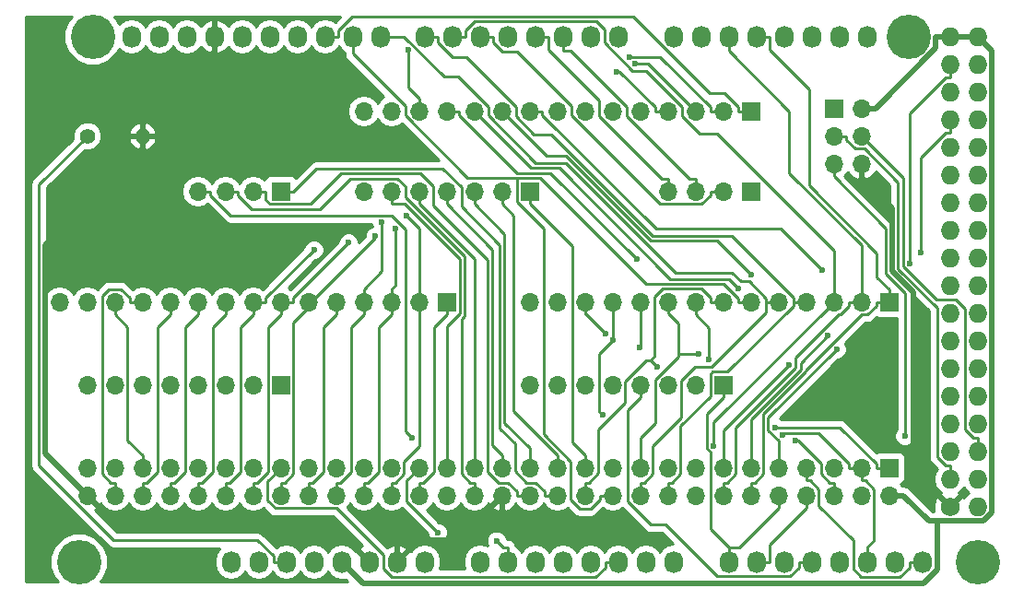
<source format=gbl>
G04 #@! TF.FileFunction,Copper,L2,Bot,Signal*
%FSLAX46Y46*%
G04 Gerber Fmt 4.6, Leading zero omitted, Abs format (unit mm)*
G04 Created by KiCad (PCBNEW 4.0.5) date 03/05/17 22:01:09*
%MOMM*%
%LPD*%
G01*
G04 APERTURE LIST*
%ADD10C,0.100000*%
%ADD11C,1.727200*%
%ADD12O,1.727200X1.727200*%
%ADD13O,1.727200X2.032000*%
%ADD14C,4.064000*%
%ADD15R,1.700000X1.700000*%
%ADD16O,1.700000X1.700000*%
%ADD17C,1.400000*%
%ADD18O,1.400000X1.400000*%
%ADD19C,0.600000*%
%ADD20C,0.500000*%
%ADD21C,0.250000*%
%ADD22C,0.254000*%
G04 APERTURE END LIST*
D10*
D11*
X197358000Y-114046000D03*
D12*
X199898000Y-114046000D03*
X197358000Y-111506000D03*
X199898000Y-111506000D03*
X197358000Y-108966000D03*
X199898000Y-108966000D03*
X197358000Y-106426000D03*
X199898000Y-106426000D03*
X197358000Y-103886000D03*
X199898000Y-103886000D03*
X197358000Y-101346000D03*
X199898000Y-101346000D03*
X197358000Y-98806000D03*
X199898000Y-98806000D03*
X197358000Y-96266000D03*
X199898000Y-96266000D03*
X197358000Y-93726000D03*
X199898000Y-93726000D03*
X197358000Y-91186000D03*
X199898000Y-91186000D03*
X197358000Y-88646000D03*
X199898000Y-88646000D03*
X197358000Y-86106000D03*
X199898000Y-86106000D03*
X197358000Y-83566000D03*
X199898000Y-83566000D03*
X197358000Y-81026000D03*
X199898000Y-81026000D03*
X197358000Y-78486000D03*
X199898000Y-78486000D03*
X197358000Y-75946000D03*
X199898000Y-75946000D03*
X197358000Y-73406000D03*
X199898000Y-73406000D03*
X197358000Y-70866000D03*
X199898000Y-70866000D03*
D13*
X131318000Y-119126000D03*
X133858000Y-119126000D03*
X136398000Y-119126000D03*
X138938000Y-119126000D03*
X141478000Y-119126000D03*
X144018000Y-119126000D03*
X146558000Y-119126000D03*
X149098000Y-119126000D03*
X154178000Y-119126000D03*
X156718000Y-119126000D03*
X159258000Y-119126000D03*
X161798000Y-119126000D03*
X164338000Y-119126000D03*
X166878000Y-119126000D03*
X169418000Y-119126000D03*
X171958000Y-119126000D03*
X177038000Y-119126000D03*
X179578000Y-119126000D03*
X182118000Y-119126000D03*
X184658000Y-119126000D03*
X187198000Y-119126000D03*
X189738000Y-119126000D03*
X192278000Y-119126000D03*
X194818000Y-119126000D03*
X122174000Y-70866000D03*
X124714000Y-70866000D03*
X127254000Y-70866000D03*
X129794000Y-70866000D03*
X132334000Y-70866000D03*
X134874000Y-70866000D03*
X137414000Y-70866000D03*
X139954000Y-70866000D03*
X142494000Y-70866000D03*
X145034000Y-70866000D03*
X149098000Y-70866000D03*
X151638000Y-70866000D03*
X154178000Y-70866000D03*
X156718000Y-70866000D03*
X159258000Y-70866000D03*
X161798000Y-70866000D03*
X164338000Y-70866000D03*
X166878000Y-70866000D03*
X171958000Y-70866000D03*
X174498000Y-70866000D03*
X177038000Y-70866000D03*
X179578000Y-70866000D03*
X182118000Y-70866000D03*
X184658000Y-70866000D03*
X187198000Y-70866000D03*
X189738000Y-70866000D03*
D14*
X117348000Y-119126000D03*
X199898000Y-119126000D03*
X118618000Y-70866000D03*
X193548000Y-70866000D03*
D15*
X176530000Y-102870000D03*
D16*
X173990000Y-102870000D03*
X171450000Y-102870000D03*
X168910000Y-102870000D03*
X166370000Y-102870000D03*
X163830000Y-102870000D03*
X161290000Y-102870000D03*
X158750000Y-102870000D03*
D15*
X135890000Y-102870000D03*
D16*
X133350000Y-102870000D03*
X130810000Y-102870000D03*
X128270000Y-102870000D03*
X125730000Y-102870000D03*
X123190000Y-102870000D03*
X120650000Y-102870000D03*
X118110000Y-102870000D03*
D15*
X191770000Y-95250000D03*
D16*
X189230000Y-95250000D03*
X186690000Y-95250000D03*
X184150000Y-95250000D03*
X181610000Y-95250000D03*
X179070000Y-95250000D03*
X176530000Y-95250000D03*
X173990000Y-95250000D03*
X171450000Y-95250000D03*
X168910000Y-95250000D03*
X166370000Y-95250000D03*
X163830000Y-95250000D03*
X161290000Y-95250000D03*
X158750000Y-95250000D03*
D15*
X151130000Y-95250000D03*
D16*
X148590000Y-95250000D03*
X146050000Y-95250000D03*
X143510000Y-95250000D03*
X140970000Y-95250000D03*
X138430000Y-95250000D03*
X135890000Y-95250000D03*
X133350000Y-95250000D03*
X130810000Y-95250000D03*
X128270000Y-95250000D03*
X125730000Y-95250000D03*
X123190000Y-95250000D03*
X120650000Y-95250000D03*
X118110000Y-95250000D03*
X115570000Y-95250000D03*
D15*
X179070000Y-77724000D03*
D16*
X176530000Y-77724000D03*
X173990000Y-77724000D03*
X171450000Y-77724000D03*
X168910000Y-77724000D03*
X166370000Y-77724000D03*
X163830000Y-77724000D03*
X161290000Y-77724000D03*
X158750000Y-77724000D03*
X156210000Y-77724000D03*
X153670000Y-77724000D03*
X151130000Y-77724000D03*
X148590000Y-77724000D03*
X146050000Y-77724000D03*
X143510000Y-77724000D03*
D15*
X179070000Y-85090000D03*
D16*
X176530000Y-85090000D03*
X173990000Y-85090000D03*
X171450000Y-85090000D03*
D15*
X186690000Y-77470000D03*
D16*
X189230000Y-77470000D03*
X186690000Y-80010000D03*
X189230000Y-80010000D03*
X186690000Y-82550000D03*
X189230000Y-82550000D03*
D15*
X191770000Y-110490000D03*
D16*
X191770000Y-113030000D03*
X189230000Y-110490000D03*
X189230000Y-113030000D03*
X186690000Y-110490000D03*
X186690000Y-113030000D03*
X184150000Y-110490000D03*
X184150000Y-113030000D03*
X181610000Y-110490000D03*
X181610000Y-113030000D03*
X179070000Y-110490000D03*
X179070000Y-113030000D03*
X176530000Y-110490000D03*
X176530000Y-113030000D03*
X173990000Y-110490000D03*
X173990000Y-113030000D03*
X171450000Y-110490000D03*
X171450000Y-113030000D03*
X168910000Y-110490000D03*
X168910000Y-113030000D03*
X166370000Y-110490000D03*
X166370000Y-113030000D03*
X163830000Y-110490000D03*
X163830000Y-113030000D03*
X161290000Y-110490000D03*
X161290000Y-113030000D03*
X158750000Y-110490000D03*
X158750000Y-113030000D03*
X156210000Y-110490000D03*
X156210000Y-113030000D03*
X153670000Y-110490000D03*
X153670000Y-113030000D03*
X151130000Y-110490000D03*
X151130000Y-113030000D03*
X148590000Y-110490000D03*
X148590000Y-113030000D03*
X146050000Y-110490000D03*
X146050000Y-113030000D03*
X143510000Y-110490000D03*
X143510000Y-113030000D03*
X140970000Y-110490000D03*
X140970000Y-113030000D03*
X138430000Y-110490000D03*
X138430000Y-113030000D03*
X135890000Y-110490000D03*
X135890000Y-113030000D03*
X133350000Y-110490000D03*
X133350000Y-113030000D03*
X130810000Y-110490000D03*
X130810000Y-113030000D03*
X128270000Y-110490000D03*
X128270000Y-113030000D03*
X125730000Y-110490000D03*
X125730000Y-113030000D03*
X123190000Y-110490000D03*
X123190000Y-113030000D03*
X120650000Y-110490000D03*
X120650000Y-113030000D03*
X118110000Y-110490000D03*
X118110000Y-113030000D03*
D15*
X158750000Y-85090000D03*
D16*
X156210000Y-85090000D03*
X153670000Y-85090000D03*
X151130000Y-85090000D03*
X148590000Y-85090000D03*
X146050000Y-85090000D03*
X143510000Y-85090000D03*
D15*
X135890000Y-85090000D03*
D16*
X133350000Y-85090000D03*
X130810000Y-85090000D03*
X128270000Y-85090000D03*
D17*
X118110000Y-80010000D03*
D18*
X123190000Y-80010000D03*
D19*
X150291200Y-116421300D03*
X175235800Y-100575400D03*
X170477600Y-101254200D03*
X168889100Y-99410700D03*
X174270800Y-99998000D03*
X182575600Y-101046200D03*
X165737300Y-98178700D03*
X166396700Y-98804000D03*
X165462200Y-105657000D03*
X186951700Y-99619400D03*
X186146600Y-98378700D03*
X177894100Y-93994800D03*
X179091300Y-92757600D03*
X185605000Y-92327800D03*
X168613600Y-91332600D03*
X193682600Y-91768100D03*
X146399900Y-88527300D03*
X194690700Y-90692200D03*
X142097900Y-89824500D03*
X147419200Y-87322400D03*
X155713200Y-117193100D03*
X183174400Y-108020100D03*
X181282300Y-106764800D03*
X181964800Y-107447500D03*
X166753200Y-74100900D03*
X168413400Y-73359400D03*
X167899800Y-72733600D03*
X175675600Y-108489900D03*
X147574500Y-72096700D03*
X145162200Y-87927700D03*
X144529400Y-89234800D03*
X138932200Y-90475800D03*
X193204400Y-107560000D03*
X147938100Y-107718400D03*
D20*
X123190000Y-80585100D02*
X123190000Y-81160300D01*
X123190000Y-80585100D02*
X123190000Y-80010000D01*
X129717400Y-72332300D02*
X129794000Y-72332300D01*
X123190000Y-78859700D02*
X129717400Y-72332300D01*
X123190000Y-80010000D02*
X123190000Y-78859700D01*
X129794000Y-70866000D02*
X129794000Y-72332300D01*
X152068400Y-117171600D02*
X156210000Y-113030000D01*
X148512400Y-117171600D02*
X152068400Y-117171600D01*
X146558000Y-119126000D02*
X148512400Y-117171600D01*
X189230000Y-82550000D02*
X189230000Y-83850300D01*
X114266500Y-90083800D02*
X123190000Y-81160300D01*
X114266500Y-109186500D02*
X114266500Y-90083800D01*
X118110000Y-113030000D02*
X114266500Y-109186500D01*
X120422500Y-115342500D02*
X118110000Y-113030000D01*
X140234500Y-115342500D02*
X120422500Y-115342500D01*
X144018000Y-119126000D02*
X140234500Y-115342500D01*
X193971000Y-110659000D02*
X197358000Y-114046000D01*
X193971000Y-94391400D02*
X193971000Y-110659000D01*
X192031700Y-92452100D02*
X193971000Y-94391400D01*
X192031700Y-86652000D02*
X192031700Y-92452100D01*
X189230000Y-83850300D02*
X192031700Y-86652000D01*
D21*
X178030600Y-117784700D02*
X177038000Y-117784700D01*
X181610000Y-114205300D02*
X178030600Y-117784700D01*
X181610000Y-113030000D02*
X181610000Y-114205300D01*
X177038000Y-119126000D02*
X177038000Y-117784700D01*
X176530000Y-102870000D02*
X176530000Y-104045300D01*
X175339400Y-116086100D02*
X177038000Y-117784700D01*
X175339400Y-109038000D02*
X175339400Y-116086100D01*
X175050300Y-108748900D02*
X175339400Y-109038000D01*
X175050300Y-105525000D02*
X175050300Y-108748900D01*
X176530000Y-104045300D02*
X175050300Y-105525000D01*
X147414400Y-113544500D02*
X150291200Y-116421300D01*
X147414400Y-111665600D02*
X147414400Y-113544500D01*
X148590000Y-110490000D02*
X147414400Y-111665600D01*
X171817400Y-111854700D02*
X171450000Y-111854700D01*
X172625300Y-111046800D02*
X171817400Y-111854700D01*
X172625300Y-106672400D02*
X172625300Y-111046800D01*
X175354600Y-103943100D02*
X172625300Y-106672400D01*
X175354600Y-101875700D02*
X175354600Y-103943100D01*
X175579200Y-101651100D02*
X175354600Y-101875700D01*
X176940900Y-101651100D02*
X175579200Y-101651100D01*
X182974700Y-95617300D02*
X176940900Y-101651100D01*
X182974700Y-95250000D02*
X182974700Y-95617300D01*
X184150000Y-95250000D02*
X182974700Y-95250000D01*
X171450000Y-113030000D02*
X171450000Y-111854700D01*
X182974700Y-94854800D02*
X182974700Y-95250000D01*
X177321800Y-89201900D02*
X182974700Y-94854800D01*
X170082800Y-89201900D02*
X177321800Y-89201900D01*
X160747500Y-79866600D02*
X170082800Y-89201900D01*
X159118900Y-79866600D02*
X160747500Y-79866600D01*
X157480000Y-78227700D02*
X159118900Y-79866600D01*
X157480000Y-77321800D02*
X157480000Y-78227700D01*
X152905300Y-72747100D02*
X157480000Y-77321800D01*
X151647900Y-72747100D02*
X152905300Y-72747100D01*
X150286900Y-71386100D02*
X151647900Y-72747100D01*
X150286900Y-70866000D02*
X150286900Y-71386100D01*
X149098000Y-70866000D02*
X150286900Y-70866000D01*
X186690000Y-80010000D02*
X187865300Y-80010000D01*
X197358000Y-111506000D02*
X197358000Y-110317100D01*
X196986400Y-110317100D02*
X197358000Y-110317100D01*
X196169100Y-109499800D02*
X196986400Y-110317100D01*
X196169100Y-95775800D02*
X196169100Y-109499800D01*
X192607000Y-92213700D02*
X196169100Y-95775800D01*
X192607000Y-84247800D02*
X192607000Y-92213700D01*
X189544500Y-81185300D02*
X192607000Y-84247800D01*
X188673200Y-81185300D02*
X189544500Y-81185300D01*
X187865300Y-80377400D02*
X188673200Y-81185300D01*
X187865300Y-80010000D02*
X187865300Y-80377400D01*
X199898000Y-108966000D02*
X199898000Y-107777100D01*
X199526400Y-107777100D02*
X199898000Y-107777100D01*
X198709100Y-106959800D02*
X199526400Y-107777100D01*
X198709100Y-95894100D02*
X198709100Y-106959800D01*
X197892000Y-95077000D02*
X198709100Y-95894100D01*
X196107200Y-95077000D02*
X197892000Y-95077000D01*
X193057300Y-92027100D02*
X196107200Y-95077000D01*
X193057300Y-83837300D02*
X193057300Y-92027100D01*
X189230000Y-80010000D02*
X193057300Y-83837300D01*
X173990000Y-95250000D02*
X173990000Y-96425300D01*
X175235800Y-97671100D02*
X175235800Y-100575400D01*
X173990000Y-96425300D02*
X175235800Y-97671100D01*
X163830000Y-113030000D02*
X163830000Y-111854700D01*
X176530000Y-95250000D02*
X175354700Y-95250000D01*
X175354700Y-94889500D02*
X175354700Y-95250000D01*
X174498700Y-94033500D02*
X175354700Y-94889500D01*
X170998200Y-94033500D02*
X174498700Y-94033500D01*
X170241100Y-94790600D02*
X170998200Y-94033500D01*
X170241100Y-100215100D02*
X170241100Y-94790600D01*
X169839800Y-100616400D02*
X170241100Y-100215100D01*
X169494100Y-100616400D02*
X169839800Y-100616400D01*
X167545300Y-102565200D02*
X169494100Y-100616400D01*
X167545300Y-104525400D02*
X167545300Y-102565200D01*
X165064600Y-107006100D02*
X167545300Y-104525400D01*
X165064600Y-110987500D02*
X165064600Y-107006100D01*
X164197400Y-111854700D02*
X165064600Y-110987500D01*
X163830000Y-111854700D02*
X164197400Y-111854700D01*
X169839800Y-100616400D02*
X170477600Y-101254200D01*
X168910000Y-99389800D02*
X168889100Y-99410700D01*
X168910000Y-95250000D02*
X168910000Y-99389800D01*
X171450000Y-95250000D02*
X171450000Y-96312700D01*
X172382400Y-100265400D02*
X172382400Y-99998000D01*
X170274700Y-102373100D02*
X172382400Y-100265400D01*
X170274700Y-106401400D02*
X170274700Y-102373100D01*
X168910000Y-107766100D02*
X170274700Y-106401400D01*
X168910000Y-110490000D02*
X168910000Y-107766100D01*
X172382400Y-97245100D02*
X171450000Y-96312700D01*
X172382400Y-99998000D02*
X172382400Y-97245100D01*
X172382400Y-99998000D02*
X174270800Y-99998000D01*
X176530000Y-110490000D02*
X176530000Y-109314700D01*
X163983900Y-96425300D02*
X165737300Y-98178700D01*
X163830000Y-96425300D02*
X163983900Y-96425300D01*
X163830000Y-95250000D02*
X163830000Y-96425300D01*
X176530000Y-107091800D02*
X182575600Y-101046200D01*
X176530000Y-109314700D02*
X176530000Y-107091800D01*
X166370000Y-98777300D02*
X166370000Y-95250000D01*
X166396700Y-98804000D02*
X166370000Y-98777300D01*
X165157000Y-105351800D02*
X165462200Y-105657000D01*
X165157000Y-100043700D02*
X165157000Y-105351800D01*
X166396700Y-98804000D02*
X165157000Y-100043700D01*
X181610000Y-110490000D02*
X181610000Y-109314700D01*
X181610000Y-107977000D02*
X181610000Y-109314700D01*
X180656900Y-107023900D02*
X181610000Y-107977000D01*
X180656900Y-105914200D02*
X180656900Y-107023900D01*
X186951700Y-99619400D02*
X180656900Y-105914200D01*
X179070000Y-110490000D02*
X179070000Y-109314700D01*
X183651200Y-100874100D02*
X186146600Y-98378700D01*
X183651200Y-101491900D02*
X183651200Y-100874100D01*
X179070000Y-106073100D02*
X183651200Y-101491900D01*
X179070000Y-109314700D02*
X179070000Y-106073100D01*
X177032200Y-93132900D02*
X177894100Y-93994800D01*
X171684500Y-93132900D02*
X177032200Y-93132900D01*
X161505400Y-82953800D02*
X171684500Y-93132900D01*
X158899800Y-82953800D02*
X161505400Y-82953800D01*
X153670000Y-77724000D02*
X158899800Y-82953800D01*
X175986000Y-89652300D02*
X179091300Y-92757600D01*
X169896300Y-89652300D02*
X175986000Y-89652300D01*
X162072100Y-81828100D02*
X169896300Y-89652300D01*
X160314100Y-81828100D02*
X162072100Y-81828100D01*
X156210000Y-77724000D02*
X160314100Y-81828100D01*
X181817900Y-88540700D02*
X185605000Y-92327800D01*
X170374600Y-88540700D02*
X181817900Y-88540700D01*
X159925300Y-78091400D02*
X170374600Y-88540700D01*
X159925300Y-77724000D02*
X159925300Y-78091400D01*
X158750000Y-77724000D02*
X159925300Y-77724000D01*
X151130000Y-77724000D02*
X152305300Y-77724000D01*
X160685100Y-83404100D02*
X168613600Y-91332600D01*
X157618100Y-83404100D02*
X160685100Y-83404100D01*
X152305300Y-78091300D02*
X157618100Y-83404100D01*
X152305300Y-77724000D02*
X152305300Y-78091300D01*
X127094700Y-97600600D02*
X128270000Y-96425300D01*
X127094700Y-110857400D02*
X127094700Y-97600600D01*
X126097400Y-111854700D02*
X127094700Y-110857400D01*
X125730000Y-111854700D02*
X126097400Y-111854700D01*
X125730000Y-113030000D02*
X125730000Y-111854700D01*
X128270000Y-95250000D02*
X128270000Y-96425300D01*
X149954700Y-97600600D02*
X151130000Y-96425300D01*
X149954700Y-110857400D02*
X149954700Y-97600600D01*
X148957400Y-111854700D02*
X149954700Y-110857400D01*
X148590000Y-111854700D02*
X148957400Y-111854700D01*
X148590000Y-113030000D02*
X148590000Y-111854700D01*
X151130000Y-95250000D02*
X151130000Y-96425300D01*
X197358000Y-73406000D02*
X197358000Y-74594900D01*
X193682600Y-77898800D02*
X193682600Y-91768100D01*
X196986500Y-74594900D02*
X193682600Y-77898800D01*
X197358000Y-74594900D02*
X196986500Y-74594900D01*
X122014700Y-94882600D02*
X122014700Y-95250000D01*
X121206800Y-94074700D02*
X122014700Y-94882600D01*
X120134500Y-94074700D02*
X121206800Y-94074700D01*
X119469900Y-94739300D02*
X120134500Y-94074700D01*
X119469900Y-111041900D02*
X119469900Y-94739300D01*
X120282700Y-111854700D02*
X119469900Y-111041900D01*
X120650000Y-111854700D02*
X120282700Y-111854700D01*
X120650000Y-113030000D02*
X120650000Y-111854700D01*
X123190000Y-95250000D02*
X122014700Y-95250000D01*
X146050000Y-95250000D02*
X146050000Y-94074700D01*
X146399900Y-93724800D02*
X146399900Y-88527300D01*
X146050000Y-94074700D02*
X146399900Y-93724800D01*
X144874700Y-97600600D02*
X146050000Y-96425300D01*
X144874700Y-110857400D02*
X144874700Y-97600600D01*
X143877400Y-111854700D02*
X144874700Y-110857400D01*
X143510000Y-111854700D02*
X143877400Y-111854700D01*
X143510000Y-113030000D02*
X143510000Y-111854700D01*
X146050000Y-95250000D02*
X146050000Y-96425300D01*
X139794700Y-97600600D02*
X140970000Y-96425300D01*
X139794700Y-110857400D02*
X139794700Y-97600600D01*
X138797400Y-111854700D02*
X139794700Y-110857400D01*
X138430000Y-111854700D02*
X138797400Y-111854700D01*
X138430000Y-113030000D02*
X138430000Y-111854700D01*
X140970000Y-95250000D02*
X140970000Y-96425300D01*
X197358000Y-78486000D02*
X197358000Y-79674900D01*
X194690700Y-81970700D02*
X194690700Y-90692200D01*
X196986500Y-79674900D02*
X194690700Y-81970700D01*
X197358000Y-79674900D02*
X196986500Y-79674900D01*
X135890000Y-95250000D02*
X137065300Y-95250000D01*
X137065300Y-94857100D02*
X142097900Y-89824500D01*
X137065300Y-95250000D02*
X137065300Y-94857100D01*
X134714700Y-97600600D02*
X135890000Y-96425300D01*
X134714700Y-110857400D02*
X134714700Y-97600600D01*
X133717400Y-111854700D02*
X134714700Y-110857400D01*
X133350000Y-111854700D02*
X133717400Y-111854700D01*
X133350000Y-113030000D02*
X133350000Y-111854700D01*
X135890000Y-95250000D02*
X135890000Y-96425300D01*
X146050000Y-113030000D02*
X146050000Y-111854700D01*
X148590000Y-108534300D02*
X148590000Y-95250000D01*
X147225300Y-109899000D02*
X148590000Y-108534300D01*
X147225300Y-111046800D02*
X147225300Y-109899000D01*
X146417400Y-111854700D02*
X147225300Y-111046800D01*
X146050000Y-111854700D02*
X146417400Y-111854700D01*
X148590000Y-88493200D02*
X148590000Y-94074700D01*
X147419200Y-87322400D02*
X148590000Y-88493200D01*
X148590000Y-95250000D02*
X148590000Y-94074700D01*
X156304800Y-117784700D02*
X156718000Y-117784700D01*
X155713200Y-117193100D02*
X156304800Y-117784700D01*
X156718000Y-119126000D02*
X156718000Y-117784700D01*
X165689100Y-119646100D02*
X165689100Y-119126000D01*
X164835000Y-120500200D02*
X165689100Y-119646100D01*
X146051400Y-120500200D02*
X164835000Y-120500200D01*
X145288000Y-119736800D02*
X146051400Y-120500200D01*
X145288000Y-118519000D02*
X145288000Y-119736800D01*
X140974400Y-114205400D02*
X145288000Y-118519000D01*
X135384100Y-114205400D02*
X140974400Y-114205400D01*
X134685300Y-113506600D02*
X135384100Y-114205400D01*
X134685300Y-111694700D02*
X134685300Y-113506600D01*
X135890000Y-110490000D02*
X134685300Y-111694700D01*
X166878000Y-119126000D02*
X165689100Y-119126000D01*
X180766900Y-117588400D02*
X180766900Y-119126000D01*
X184150000Y-114205300D02*
X180766900Y-117588400D01*
X179578000Y-119126000D02*
X180766900Y-119126000D01*
X184150000Y-113030000D02*
X184150000Y-114205300D01*
X186690000Y-113030000D02*
X186690000Y-111854700D01*
X183413400Y-108020100D02*
X183174400Y-108020100D01*
X185514700Y-110121400D02*
X183413400Y-108020100D01*
X185514700Y-111046800D02*
X185514700Y-110121400D01*
X186322600Y-111854700D02*
X185514700Y-111046800D01*
X186690000Y-111854700D02*
X186322600Y-111854700D01*
X184658000Y-119126000D02*
X183469100Y-119126000D01*
X168910000Y-102870000D02*
X168910000Y-104045300D01*
X167731600Y-105223700D02*
X168910000Y-104045300D01*
X167731600Y-113563800D02*
X167731600Y-105223700D01*
X169884600Y-115716800D02*
X167731600Y-113563800D01*
X171225500Y-115716800D02*
X169884600Y-115716800D01*
X175982700Y-120474000D02*
X171225500Y-115716800D01*
X182641200Y-120474000D02*
X175982700Y-120474000D01*
X183469100Y-119646100D02*
X182641200Y-120474000D01*
X183469100Y-119126000D02*
X183469100Y-119646100D01*
X191770000Y-110490000D02*
X190594700Y-110490000D01*
X187236800Y-106764800D02*
X181282300Y-106764800D01*
X190594700Y-110122700D02*
X187236800Y-106764800D01*
X190594700Y-110490000D02*
X190594700Y-110122700D01*
X189230000Y-110490000D02*
X188054700Y-110490000D01*
X189597400Y-111665300D02*
X189230000Y-111665300D01*
X190405300Y-112473200D02*
X189597400Y-111665300D01*
X190405300Y-117117400D02*
X190405300Y-112473200D01*
X189738000Y-117784700D02*
X190405300Y-117117400D01*
X189738000Y-119126000D02*
X189738000Y-117784700D01*
X189230000Y-110490000D02*
X189230000Y-111665300D01*
X182065200Y-107347100D02*
X181964800Y-107447500D01*
X185270300Y-107347100D02*
X182065200Y-107347100D01*
X188054700Y-110131500D02*
X185270300Y-107347100D01*
X188054700Y-110490000D02*
X188054700Y-110131500D01*
X193629100Y-119646100D02*
X193629100Y-119126000D01*
X192775000Y-120500200D02*
X193629100Y-119646100D01*
X189218200Y-120500200D02*
X192775000Y-120500200D01*
X188468000Y-119750000D02*
X189218200Y-120500200D01*
X188468000Y-117164200D02*
X188468000Y-119750000D01*
X185325300Y-114021500D02*
X188468000Y-117164200D01*
X185325300Y-112473200D02*
X185325300Y-114021500D01*
X184517400Y-111665300D02*
X185325300Y-112473200D01*
X184150000Y-111665300D02*
X184517400Y-111665300D01*
X184150000Y-110490000D02*
X184150000Y-111665300D01*
X194818000Y-119126000D02*
X193629100Y-119126000D01*
X171450000Y-77724000D02*
X170274700Y-77724000D01*
X167018900Y-74100900D02*
X166753200Y-74100900D01*
X170274700Y-77356700D02*
X167018900Y-74100900D01*
X170274700Y-77724000D02*
X170274700Y-77356700D01*
X169625400Y-73359400D02*
X168413400Y-73359400D01*
X173990000Y-77724000D02*
X169625400Y-73359400D01*
X170710400Y-72733600D02*
X167899800Y-72733600D01*
X175354700Y-77377900D02*
X170710400Y-72733600D01*
X175354700Y-77724000D02*
X175354700Y-77377900D01*
X176530000Y-77724000D02*
X175354700Y-77724000D01*
X179070000Y-77724000D02*
X177894700Y-77724000D01*
X139954000Y-70866000D02*
X141142900Y-70866000D01*
X141142900Y-70345900D02*
X141142900Y-70866000D01*
X142464800Y-69024000D02*
X141142900Y-70345900D01*
X168261000Y-69024000D02*
X142464800Y-69024000D01*
X175335300Y-76098300D02*
X168261000Y-69024000D01*
X176636400Y-76098300D02*
X175335300Y-76098300D01*
X177894700Y-77356600D02*
X176636400Y-76098300D01*
X177894700Y-77724000D02*
X177894700Y-77356600D01*
X179070000Y-95250000D02*
X177894700Y-95250000D01*
X157574600Y-86096800D02*
X157574600Y-83864600D01*
X160020000Y-88542200D02*
X157574600Y-86096800D01*
X160020000Y-107407800D02*
X160020000Y-88542200D01*
X162542000Y-109929800D02*
X160020000Y-107407800D01*
X162542000Y-113441700D02*
X162542000Y-109929800D01*
X163333000Y-114232700D02*
X162542000Y-113441700D01*
X164359300Y-114232700D02*
X163333000Y-114232700D01*
X165194700Y-113397300D02*
X164359300Y-114232700D01*
X165194700Y-113030000D02*
X165194700Y-113397300D01*
X142494000Y-72456900D02*
X142494000Y-70866000D01*
X147320000Y-77282900D02*
X142494000Y-72456900D01*
X147320000Y-78116300D02*
X147320000Y-77282900D01*
X153068300Y-83864600D02*
X147320000Y-78116300D01*
X157574600Y-83864600D02*
X153068300Y-83864600D01*
X166370000Y-113030000D02*
X165194700Y-113030000D01*
X177894700Y-94952400D02*
X177894700Y-95250000D01*
X176525500Y-93583200D02*
X177894700Y-94952400D01*
X169433100Y-93583200D02*
X176525500Y-93583200D01*
X159714500Y-83864600D02*
X169433100Y-93583200D01*
X157574600Y-83864600D02*
X159714500Y-83864600D01*
X181610000Y-95250000D02*
X180434700Y-95250000D01*
X168910000Y-113030000D02*
X168910000Y-111854700D01*
X169277400Y-111854700D02*
X168910000Y-111854700D01*
X170085300Y-111046800D02*
X169277400Y-111854700D01*
X170085300Y-108498700D02*
X170085300Y-111046800D01*
X172696200Y-105887800D02*
X170085300Y-108498700D01*
X172696200Y-102475300D02*
X172696200Y-105887800D01*
X173970800Y-101200700D02*
X172696200Y-102475300D01*
X175494900Y-101200700D02*
X173970800Y-101200700D01*
X180434700Y-96260900D02*
X175494900Y-101200700D01*
X180434700Y-95250000D02*
X180434700Y-96260900D01*
X180434700Y-94915700D02*
X180434700Y-95250000D01*
X178904000Y-93385000D02*
X180434700Y-94915700D01*
X178201600Y-93385000D02*
X178904000Y-93385000D01*
X177365800Y-92549200D02*
X178201600Y-93385000D01*
X172156300Y-92549200D02*
X177365800Y-92549200D01*
X162110600Y-82503500D02*
X172156300Y-92549200D01*
X159323100Y-82503500D02*
X162110600Y-82503500D01*
X154940000Y-78120400D02*
X159323100Y-82503500D01*
X154940000Y-77308000D02*
X154940000Y-78120400D01*
X152169300Y-74537300D02*
X154940000Y-77308000D01*
X150899500Y-74537300D02*
X152169300Y-74537300D01*
X147228200Y-70866000D02*
X150899500Y-74537300D01*
X145034000Y-70866000D02*
X147228200Y-70866000D01*
X186690000Y-95250000D02*
X186690000Y-94074700D01*
X151638000Y-70866000D02*
X152826900Y-70866000D01*
X186690000Y-90545400D02*
X186690000Y-94074700D01*
X175948100Y-79803500D02*
X186690000Y-90545400D01*
X174365200Y-79803500D02*
X175948100Y-79803500D01*
X172720000Y-78158300D02*
X174365200Y-79803500D01*
X172720000Y-77323200D02*
X172720000Y-78158300D01*
X169434300Y-74037500D02*
X172720000Y-77323200D01*
X168192100Y-74037500D02*
X169434300Y-74037500D01*
X165608000Y-71453400D02*
X168192100Y-74037500D01*
X165608000Y-70242600D02*
X165608000Y-71453400D01*
X164845600Y-69480200D02*
X165608000Y-70242600D01*
X153692600Y-69480200D02*
X164845600Y-69480200D01*
X152826900Y-70345900D02*
X153692600Y-69480200D01*
X152826900Y-70866000D02*
X152826900Y-70345900D01*
X175675600Y-106264400D02*
X186690000Y-95250000D01*
X175675600Y-108489900D02*
X175675600Y-106264400D01*
X155366900Y-71386100D02*
X155366900Y-70866000D01*
X156277500Y-72296700D02*
X155366900Y-71386100D01*
X157616500Y-72296700D02*
X156277500Y-72296700D01*
X162560000Y-77240200D02*
X157616500Y-72296700D01*
X162560000Y-78129500D02*
X162560000Y-77240200D01*
X170698500Y-86268000D02*
X162560000Y-78129500D01*
X174544000Y-86268000D02*
X170698500Y-86268000D01*
X175354700Y-85457300D02*
X174544000Y-86268000D01*
X175354700Y-85090000D02*
X175354700Y-85457300D01*
X176530000Y-85090000D02*
X175354700Y-85090000D01*
X154178000Y-70866000D02*
X155366900Y-70866000D01*
X148590000Y-77724000D02*
X148590000Y-76548700D01*
X147574500Y-75533200D02*
X147574500Y-72096700D01*
X148590000Y-76548700D02*
X147574500Y-75533200D01*
X160446900Y-72054900D02*
X160446900Y-70866000D01*
X165100000Y-76708000D02*
X160446900Y-72054900D01*
X165100000Y-78152300D02*
X165100000Y-76708000D01*
X170862400Y-83914700D02*
X165100000Y-78152300D01*
X171450000Y-83914700D02*
X170862400Y-83914700D01*
X171450000Y-85090000D02*
X171450000Y-83914700D01*
X159258000Y-70866000D02*
X160446900Y-70866000D01*
X173990000Y-85090000D02*
X173990000Y-83914700D01*
X161798000Y-70866000D02*
X161798000Y-72207300D01*
X173402400Y-83914700D02*
X173990000Y-83914700D01*
X167640000Y-78152300D02*
X173402400Y-83914700D01*
X167640000Y-77306600D02*
X167640000Y-78152300D01*
X162540700Y-72207300D02*
X167640000Y-77306600D01*
X161798000Y-72207300D02*
X162540700Y-72207300D01*
X177038000Y-70866000D02*
X177038000Y-72207300D01*
X189230000Y-94662300D02*
X189230000Y-94074700D01*
X189230000Y-94662300D02*
X189230000Y-95250000D01*
X189230000Y-90065300D02*
X189230000Y-94074700D01*
X182611200Y-83446500D02*
X189230000Y-90065300D01*
X182611200Y-77780500D02*
X182611200Y-83446500D01*
X177038000Y-72207300D02*
X182611200Y-77780500D01*
X176530000Y-113030000D02*
X176530000Y-111854700D01*
X189230000Y-95250000D02*
X188054700Y-95250000D01*
X188054700Y-95655800D02*
X188054700Y-95250000D01*
X187285200Y-96425300D02*
X188054700Y-95655800D01*
X187175100Y-96425300D02*
X187285200Y-96425300D01*
X183200900Y-100399500D02*
X187175100Y-96425300D01*
X183200900Y-101305300D02*
X183200900Y-100399500D01*
X177705300Y-106800900D02*
X183200900Y-101305300D01*
X177705300Y-111046800D02*
X177705300Y-106800900D01*
X176897400Y-111854700D02*
X177705300Y-111046800D01*
X176530000Y-111854700D02*
X176897400Y-111854700D01*
X191770000Y-95250000D02*
X191770000Y-94074700D01*
X179578000Y-70866000D02*
X180766900Y-70866000D01*
X190658200Y-92962900D02*
X191770000Y-94074700D01*
X190658200Y-90779700D02*
X190658200Y-92962900D01*
X184418600Y-84540100D02*
X190658200Y-90779700D01*
X184418600Y-75706600D02*
X184418600Y-84540100D01*
X180766900Y-72054900D02*
X184418600Y-75706600D01*
X180766900Y-70866000D02*
X180766900Y-72054900D01*
X179070000Y-113030000D02*
X179070000Y-111854700D01*
X191770000Y-95250000D02*
X190594700Y-95250000D01*
X190594700Y-95617400D02*
X190594700Y-95250000D01*
X189786800Y-96425300D02*
X190594700Y-95617400D01*
X189261300Y-96425300D02*
X189786800Y-96425300D01*
X184101500Y-101585100D02*
X189261300Y-96425300D01*
X184101500Y-101678500D02*
X184101500Y-101585100D01*
X180206600Y-105573400D02*
X184101500Y-101678500D01*
X180206600Y-107210500D02*
X180206600Y-105573400D01*
X180245300Y-107249200D02*
X180206600Y-107210500D01*
X180245300Y-111046800D02*
X180245300Y-107249200D01*
X179437400Y-111854700D02*
X180245300Y-111046800D01*
X179070000Y-111854700D02*
X179437400Y-111854700D01*
X145162200Y-92422500D02*
X145162200Y-87927700D01*
X143510000Y-94074700D02*
X145162200Y-92422500D01*
X143510000Y-95250000D02*
X143510000Y-94074700D01*
X142334700Y-97600600D02*
X143510000Y-96425300D01*
X142334700Y-110857400D02*
X142334700Y-97600600D01*
X141337400Y-111854700D02*
X142334700Y-110857400D01*
X140970000Y-111854700D02*
X141337400Y-111854700D01*
X140970000Y-113030000D02*
X140970000Y-111854700D01*
X143510000Y-95250000D02*
X143510000Y-96425300D01*
X137065300Y-97119600D02*
X138430000Y-95754900D01*
X137065300Y-111046800D02*
X137065300Y-97119600D01*
X136257400Y-111854700D02*
X137065300Y-111046800D01*
X135890000Y-111854700D02*
X136257400Y-111854700D01*
X135890000Y-113030000D02*
X135890000Y-111854700D01*
X138430000Y-95250000D02*
X138430000Y-95502400D01*
X138430000Y-95502400D02*
X138430000Y-95754900D01*
X144529400Y-89403000D02*
X144529400Y-89234800D01*
X138430000Y-95502400D02*
X144529400Y-89403000D01*
X133350000Y-95250000D02*
X134525300Y-95250000D01*
X132174700Y-97600600D02*
X133350000Y-96425300D01*
X132174700Y-110857400D02*
X132174700Y-97600600D01*
X131177400Y-111854700D02*
X132174700Y-110857400D01*
X130810000Y-111854700D02*
X131177400Y-111854700D01*
X130810000Y-113030000D02*
X130810000Y-111854700D01*
X133350000Y-95250000D02*
X133350000Y-96425300D01*
X134525300Y-94882700D02*
X138932200Y-90475800D01*
X134525300Y-95250000D02*
X134525300Y-94882700D01*
X129634700Y-97600600D02*
X130810000Y-96425300D01*
X129634700Y-110857400D02*
X129634700Y-97600600D01*
X128637400Y-111854700D02*
X129634700Y-110857400D01*
X128270000Y-111854700D02*
X128637400Y-111854700D01*
X128270000Y-113030000D02*
X128270000Y-111854700D01*
X130810000Y-95250000D02*
X130810000Y-96425300D01*
X121825300Y-97600600D02*
X120650000Y-96425300D01*
X121825300Y-107950000D02*
X121825300Y-97600600D01*
X123190000Y-109314700D02*
X121825300Y-107950000D01*
X123190000Y-110490000D02*
X123190000Y-109314700D01*
X120650000Y-95250000D02*
X120650000Y-96425300D01*
D20*
X196044100Y-71956200D02*
X190530300Y-77470000D01*
X196044100Y-70866000D02*
X196044100Y-71956200D01*
X197358000Y-70866000D02*
X196044100Y-70866000D01*
X189230000Y-77470000D02*
X190530300Y-77470000D01*
X191770000Y-113030000D02*
X193070300Y-113030000D01*
X197358000Y-70866000D02*
X198671900Y-70866000D01*
X199898000Y-70866000D02*
X198671900Y-70866000D01*
X196168400Y-119820900D02*
X196168400Y-115365900D01*
X194913700Y-121075600D02*
X196168400Y-119820900D01*
X143427600Y-121075600D02*
X194913700Y-121075600D01*
X141478000Y-119126000D02*
X143427600Y-121075600D01*
X195406200Y-115365900D02*
X196168400Y-115365900D01*
X193070300Y-113030000D02*
X195406200Y-115365900D01*
X201240000Y-72208000D02*
X199898000Y-70866000D01*
X201240000Y-114567100D02*
X201240000Y-72208000D01*
X200441200Y-115365900D02*
X201240000Y-114567100D01*
X196168400Y-115365900D02*
X200441200Y-115365900D01*
D21*
X135209100Y-118605900D02*
X135209100Y-119126000D01*
X133736700Y-117133500D02*
X135209100Y-118605900D01*
X120512800Y-117133500D02*
X133736700Y-117133500D01*
X113686000Y-110306700D02*
X120512800Y-117133500D01*
X113686000Y-84434000D02*
X113686000Y-110306700D01*
X118110000Y-80010000D02*
X113686000Y-84434000D01*
X136398000Y-119126000D02*
X135209100Y-119126000D01*
X186690000Y-82550000D02*
X186690000Y-83725300D01*
X193204400Y-94438500D02*
X193204400Y-107560000D01*
X191456400Y-92690500D02*
X193204400Y-94438500D01*
X191456400Y-88491700D02*
X191456400Y-92690500D01*
X186690000Y-83725300D02*
X191456400Y-88491700D01*
X158750000Y-85090000D02*
X158750000Y-86265300D01*
X163830000Y-110490000D02*
X163830000Y-109314700D01*
X162645500Y-108130200D02*
X163830000Y-109314700D01*
X162645500Y-90160800D02*
X162645500Y-108130200D01*
X158750000Y-86265300D02*
X162645500Y-90160800D01*
X156210000Y-85090000D02*
X156210000Y-86265300D01*
X161290000Y-110490000D02*
X161290000Y-109314700D01*
X157253600Y-87308900D02*
X156210000Y-86265300D01*
X157253600Y-105278300D02*
X157253600Y-87308900D01*
X161290000Y-109314700D02*
X157253600Y-105278300D01*
X139147600Y-83007700D02*
X137065300Y-85090000D01*
X150739500Y-83007700D02*
X139147600Y-83007700D01*
X152481400Y-84749600D02*
X150739500Y-83007700D01*
X152481400Y-86497000D02*
X152481400Y-84749600D01*
X155998700Y-90014300D02*
X152481400Y-86497000D01*
X155998700Y-106881700D02*
X155998700Y-90014300D01*
X157395900Y-108278900D02*
X155998700Y-106881700D01*
X157395900Y-110820100D02*
X157395900Y-108278900D01*
X158430500Y-111854700D02*
X157395900Y-110820100D01*
X159306800Y-111854700D02*
X158430500Y-111854700D01*
X160114700Y-112662600D02*
X159306800Y-111854700D01*
X160114700Y-113030000D02*
X160114700Y-112662600D01*
X161290000Y-113030000D02*
X160114700Y-113030000D01*
X135890000Y-85090000D02*
X137065300Y-85090000D01*
X153670000Y-85090000D02*
X153670000Y-86265300D01*
X158750000Y-110490000D02*
X158750000Y-109314700D01*
X156449100Y-89044400D02*
X153670000Y-86265300D01*
X156449100Y-106377000D02*
X156449100Y-89044400D01*
X158750000Y-108677900D02*
X156449100Y-106377000D01*
X158750000Y-109314700D02*
X158750000Y-108677900D01*
X158750000Y-113030000D02*
X157574700Y-113030000D01*
X133350000Y-85090000D02*
X134525300Y-85090000D01*
X157574700Y-112662600D02*
X157574700Y-113030000D01*
X156766800Y-111854700D02*
X157574700Y-112662600D01*
X155873700Y-111854700D02*
X156766800Y-111854700D01*
X154872800Y-110853800D02*
X155873700Y-111854700D01*
X154872800Y-91428400D02*
X154872800Y-110853800D01*
X149860000Y-86415600D02*
X154872800Y-91428400D01*
X149860000Y-84630700D02*
X149860000Y-86415600D01*
X148687400Y-83458100D02*
X149860000Y-84630700D01*
X141442000Y-83458100D02*
X148687400Y-83458100D01*
X138634800Y-86265300D02*
X141442000Y-83458100D01*
X134892500Y-86265300D02*
X138634800Y-86265300D01*
X134525300Y-85898100D02*
X134892500Y-86265300D01*
X134525300Y-85090000D02*
X134525300Y-85898100D01*
X151130000Y-85090000D02*
X151130000Y-86265300D01*
X156210000Y-110490000D02*
X156210000Y-109314700D01*
X155323200Y-108427900D02*
X156210000Y-109314700D01*
X155323200Y-90458500D02*
X155323200Y-108427900D01*
X151130000Y-86265300D02*
X155323200Y-90458500D01*
X148590000Y-85090000D02*
X148590000Y-86265300D01*
X153670000Y-91345300D02*
X148590000Y-86265300D01*
X153670000Y-110490000D02*
X153670000Y-91345300D01*
X153670000Y-113030000D02*
X153670000Y-111854700D01*
X130810000Y-85090000D02*
X131985300Y-85090000D01*
X131985300Y-85457300D02*
X131985300Y-85090000D01*
X133251600Y-86723600D02*
X131985300Y-85457300D01*
X139450300Y-86723600D02*
X133251600Y-86723600D01*
X142265400Y-83908500D02*
X139450300Y-86723600D01*
X146569500Y-83908500D02*
X142265400Y-83908500D01*
X147320000Y-84659000D02*
X146569500Y-83908500D01*
X147320000Y-85646400D02*
X147320000Y-84659000D01*
X152769400Y-91095800D02*
X147320000Y-85646400D01*
X152769400Y-96562500D02*
X152769400Y-91095800D01*
X152494700Y-96837200D02*
X152769400Y-96562500D01*
X152494700Y-111046800D02*
X152494700Y-96837200D01*
X153302600Y-111854700D02*
X152494700Y-111046800D01*
X153670000Y-111854700D02*
X153302600Y-111854700D01*
X151130000Y-110490000D02*
X151130000Y-109314700D01*
X146050000Y-85090000D02*
X146050000Y-86265300D01*
X147246600Y-86265300D02*
X146050000Y-86265300D01*
X152319100Y-91337800D02*
X147246600Y-86265300D01*
X152319100Y-96339900D02*
X152319100Y-91337800D01*
X151130000Y-97529000D02*
X152319100Y-96339900D01*
X151130000Y-109314700D02*
X151130000Y-97529000D01*
X128270000Y-85090000D02*
X129445300Y-85090000D01*
X147396900Y-107177200D02*
X147938100Y-107718400D01*
X147396900Y-88621600D02*
X147396900Y-107177200D01*
X146067600Y-87292300D02*
X147396900Y-88621600D01*
X131280300Y-87292300D02*
X146067600Y-87292300D01*
X129445300Y-85457300D02*
X131280300Y-87292300D01*
X129445300Y-85090000D02*
X129445300Y-85457300D01*
X124554700Y-97600600D02*
X125730000Y-96425300D01*
X124554700Y-110857400D02*
X124554700Y-97600600D01*
X123557400Y-111854700D02*
X124554700Y-110857400D01*
X123190000Y-111854700D02*
X123557400Y-111854700D01*
X123190000Y-113030000D02*
X123190000Y-111854700D01*
X125730000Y-95250000D02*
X125730000Y-96425300D01*
D22*
G36*
X116358345Y-69353293D02*
X115951464Y-70333173D01*
X115950538Y-71394172D01*
X116355709Y-72374761D01*
X117105293Y-73125655D01*
X118085173Y-73532536D01*
X119146172Y-73533462D01*
X120126761Y-73128291D01*
X120877655Y-72378707D01*
X121037071Y-71994789D01*
X121114330Y-72110415D01*
X121600511Y-72435271D01*
X122174000Y-72549345D01*
X122747489Y-72435271D01*
X123233670Y-72110415D01*
X123444000Y-71795634D01*
X123654330Y-72110415D01*
X124140511Y-72435271D01*
X124714000Y-72549345D01*
X125287489Y-72435271D01*
X125773670Y-72110415D01*
X125984000Y-71795634D01*
X126194330Y-72110415D01*
X126680511Y-72435271D01*
X127254000Y-72549345D01*
X127827489Y-72435271D01*
X128313670Y-72110415D01*
X128520461Y-71800931D01*
X128891964Y-72216732D01*
X129419209Y-72470709D01*
X129434974Y-72473358D01*
X129667000Y-72352217D01*
X129667000Y-70993000D01*
X129647000Y-70993000D01*
X129647000Y-70739000D01*
X129667000Y-70739000D01*
X129667000Y-69379783D01*
X129434974Y-69258642D01*
X129419209Y-69261291D01*
X128891964Y-69515268D01*
X128520461Y-69931069D01*
X128313670Y-69621585D01*
X127827489Y-69296729D01*
X127254000Y-69182655D01*
X126680511Y-69296729D01*
X126194330Y-69621585D01*
X125984000Y-69936366D01*
X125773670Y-69621585D01*
X125287489Y-69296729D01*
X124714000Y-69182655D01*
X124140511Y-69296729D01*
X123654330Y-69621585D01*
X123444000Y-69936366D01*
X123233670Y-69621585D01*
X122747489Y-69296729D01*
X122174000Y-69182655D01*
X121600511Y-69296729D01*
X121114330Y-69621585D01*
X121037208Y-69737007D01*
X120880291Y-69357239D01*
X120559612Y-69036000D01*
X141377998Y-69036000D01*
X140881036Y-69532962D01*
X140527489Y-69296729D01*
X139954000Y-69182655D01*
X139380511Y-69296729D01*
X138894330Y-69621585D01*
X138684000Y-69936366D01*
X138473670Y-69621585D01*
X137987489Y-69296729D01*
X137414000Y-69182655D01*
X136840511Y-69296729D01*
X136354330Y-69621585D01*
X136144000Y-69936366D01*
X135933670Y-69621585D01*
X135447489Y-69296729D01*
X134874000Y-69182655D01*
X134300511Y-69296729D01*
X133814330Y-69621585D01*
X133604000Y-69936366D01*
X133393670Y-69621585D01*
X132907489Y-69296729D01*
X132334000Y-69182655D01*
X131760511Y-69296729D01*
X131274330Y-69621585D01*
X131067539Y-69931069D01*
X130696036Y-69515268D01*
X130168791Y-69261291D01*
X130153026Y-69258642D01*
X129921000Y-69379783D01*
X129921000Y-70739000D01*
X129941000Y-70739000D01*
X129941000Y-70993000D01*
X129921000Y-70993000D01*
X129921000Y-72352217D01*
X130153026Y-72473358D01*
X130168791Y-72470709D01*
X130696036Y-72216732D01*
X131067539Y-71800931D01*
X131274330Y-72110415D01*
X131760511Y-72435271D01*
X132334000Y-72549345D01*
X132907489Y-72435271D01*
X133393670Y-72110415D01*
X133604000Y-71795634D01*
X133814330Y-72110415D01*
X134300511Y-72435271D01*
X134874000Y-72549345D01*
X135447489Y-72435271D01*
X135933670Y-72110415D01*
X136144000Y-71795634D01*
X136354330Y-72110415D01*
X136840511Y-72435271D01*
X137414000Y-72549345D01*
X137987489Y-72435271D01*
X138473670Y-72110415D01*
X138684000Y-71795634D01*
X138894330Y-72110415D01*
X139380511Y-72435271D01*
X139954000Y-72549345D01*
X140527489Y-72435271D01*
X141013670Y-72110415D01*
X141224000Y-71795634D01*
X141434330Y-72110415D01*
X141734000Y-72310648D01*
X141734000Y-72456900D01*
X141791852Y-72747739D01*
X141956599Y-72994301D01*
X145363939Y-76401641D01*
X144999946Y-76644853D01*
X144780000Y-76974026D01*
X144560054Y-76644853D01*
X144078285Y-76322946D01*
X143510000Y-76209907D01*
X142941715Y-76322946D01*
X142459946Y-76644853D01*
X142138039Y-77126622D01*
X142025000Y-77694907D01*
X142025000Y-77753093D01*
X142138039Y-78321378D01*
X142459946Y-78803147D01*
X142941715Y-79125054D01*
X143510000Y-79238093D01*
X144078285Y-79125054D01*
X144560054Y-78803147D01*
X144780000Y-78473974D01*
X144999946Y-78803147D01*
X145481715Y-79125054D01*
X146050000Y-79238093D01*
X146618285Y-79125054D01*
X146999340Y-78870442D01*
X150376598Y-82247700D01*
X139147600Y-82247700D01*
X138856761Y-82305552D01*
X138610199Y-82470299D01*
X137238486Y-83842012D01*
X137204090Y-83788559D01*
X136991890Y-83643569D01*
X136740000Y-83592560D01*
X135040000Y-83592560D01*
X134804683Y-83636838D01*
X134588559Y-83775910D01*
X134443569Y-83988110D01*
X134429914Y-84055541D01*
X134400054Y-84010853D01*
X133918285Y-83688946D01*
X133350000Y-83575907D01*
X132781715Y-83688946D01*
X132299946Y-84010853D01*
X132080000Y-84340026D01*
X131860054Y-84010853D01*
X131378285Y-83688946D01*
X130810000Y-83575907D01*
X130241715Y-83688946D01*
X129759946Y-84010853D01*
X129540000Y-84340026D01*
X129320054Y-84010853D01*
X128838285Y-83688946D01*
X128270000Y-83575907D01*
X127701715Y-83688946D01*
X127219946Y-84010853D01*
X126898039Y-84492622D01*
X126785000Y-85060907D01*
X126785000Y-85119093D01*
X126898039Y-85687378D01*
X127219946Y-86169147D01*
X127701715Y-86491054D01*
X128270000Y-86604093D01*
X128838285Y-86491054D01*
X129177558Y-86264360D01*
X130742899Y-87829701D01*
X130989461Y-87994448D01*
X131280300Y-88052300D01*
X144227091Y-88052300D01*
X144227038Y-88112867D01*
X144310047Y-88313764D01*
X144000457Y-88441683D01*
X143737208Y-88704473D01*
X143594562Y-89048001D01*
X143594375Y-89263223D01*
X143032901Y-89824697D01*
X143033062Y-89639333D01*
X142891017Y-89295557D01*
X142628227Y-89032308D01*
X142284699Y-88889662D01*
X141912733Y-88889338D01*
X141568957Y-89031383D01*
X141305708Y-89294173D01*
X141163062Y-89637701D01*
X141163021Y-89684577D01*
X136782212Y-94065386D01*
X136563532Y-93919270D01*
X139071880Y-91410922D01*
X139117367Y-91410962D01*
X139461143Y-91268917D01*
X139724392Y-91006127D01*
X139867038Y-90662599D01*
X139867362Y-90290633D01*
X139725317Y-89946857D01*
X139462527Y-89683608D01*
X139118999Y-89540962D01*
X138747033Y-89540638D01*
X138403257Y-89682683D01*
X138140008Y-89945473D01*
X137997362Y-90289001D01*
X137997321Y-90335877D01*
X134257558Y-94075640D01*
X133918285Y-93848946D01*
X133350000Y-93735907D01*
X132781715Y-93848946D01*
X132299946Y-94170853D01*
X132080000Y-94500026D01*
X131860054Y-94170853D01*
X131378285Y-93848946D01*
X130810000Y-93735907D01*
X130241715Y-93848946D01*
X129759946Y-94170853D01*
X129540000Y-94500026D01*
X129320054Y-94170853D01*
X128838285Y-93848946D01*
X128270000Y-93735907D01*
X127701715Y-93848946D01*
X127219946Y-94170853D01*
X127000000Y-94500026D01*
X126780054Y-94170853D01*
X126298285Y-93848946D01*
X125730000Y-93735907D01*
X125161715Y-93848946D01*
X124679946Y-94170853D01*
X124460000Y-94500026D01*
X124240054Y-94170853D01*
X123758285Y-93848946D01*
X123190000Y-93735907D01*
X122621715Y-93848946D01*
X122282502Y-94075600D01*
X121744201Y-93537299D01*
X121497639Y-93372552D01*
X121206800Y-93314700D01*
X120134500Y-93314700D01*
X119843660Y-93372552D01*
X119597099Y-93537299D01*
X119042255Y-94092143D01*
X118678285Y-93848946D01*
X118110000Y-93735907D01*
X117541715Y-93848946D01*
X117059946Y-94170853D01*
X116840000Y-94500026D01*
X116620054Y-94170853D01*
X116138285Y-93848946D01*
X115570000Y-93735907D01*
X115001715Y-93848946D01*
X114519946Y-94170853D01*
X114446000Y-94281521D01*
X114446000Y-84748802D01*
X117850028Y-81344774D01*
X118374383Y-81345231D01*
X118865229Y-81142418D01*
X119241098Y-80767204D01*
X119417106Y-80343329D01*
X121897284Y-80343329D01*
X122040203Y-80688396D01*
X122387337Y-81076764D01*
X122856669Y-81302727D01*
X123063000Y-81180206D01*
X123063000Y-80137000D01*
X123317000Y-80137000D01*
X123317000Y-81180206D01*
X123523331Y-81302727D01*
X123992663Y-81076764D01*
X124339797Y-80688396D01*
X124482716Y-80343329D01*
X124359374Y-80137000D01*
X123317000Y-80137000D01*
X123063000Y-80137000D01*
X122020626Y-80137000D01*
X121897284Y-80343329D01*
X119417106Y-80343329D01*
X119444768Y-80276713D01*
X119445231Y-79745617D01*
X119416744Y-79676671D01*
X121897284Y-79676671D01*
X122020626Y-79883000D01*
X123063000Y-79883000D01*
X123063000Y-78839794D01*
X123317000Y-78839794D01*
X123317000Y-79883000D01*
X124359374Y-79883000D01*
X124482716Y-79676671D01*
X124339797Y-79331604D01*
X123992663Y-78943236D01*
X123523331Y-78717273D01*
X123317000Y-78839794D01*
X123063000Y-78839794D01*
X122856669Y-78717273D01*
X122387337Y-78943236D01*
X122040203Y-79331604D01*
X121897284Y-79676671D01*
X119416744Y-79676671D01*
X119242418Y-79254771D01*
X118867204Y-78878902D01*
X118376713Y-78675232D01*
X117845617Y-78674769D01*
X117354771Y-78877582D01*
X116978902Y-79252796D01*
X116775232Y-79743287D01*
X116774772Y-80270426D01*
X113148599Y-83896599D01*
X112983852Y-84143161D01*
X112926000Y-84434000D01*
X112926000Y-110306700D01*
X112983852Y-110597539D01*
X113148599Y-110844101D01*
X119975399Y-117670901D01*
X120221961Y-117835648D01*
X120512800Y-117893500D01*
X130250369Y-117893500D01*
X129933474Y-118367766D01*
X129819400Y-118941255D01*
X129819400Y-119310745D01*
X129933474Y-119884234D01*
X130258330Y-120370415D01*
X130744511Y-120695271D01*
X131318000Y-120809345D01*
X131891489Y-120695271D01*
X132377670Y-120370415D01*
X132588000Y-120055634D01*
X132798330Y-120370415D01*
X133284511Y-120695271D01*
X133858000Y-120809345D01*
X134431489Y-120695271D01*
X134917670Y-120370415D01*
X135128000Y-120055634D01*
X135338330Y-120370415D01*
X135824511Y-120695271D01*
X136398000Y-120809345D01*
X136971489Y-120695271D01*
X137457670Y-120370415D01*
X137668000Y-120055634D01*
X137878330Y-120370415D01*
X138364511Y-120695271D01*
X138938000Y-120809345D01*
X139511489Y-120695271D01*
X139997670Y-120370415D01*
X140208000Y-120055634D01*
X140418330Y-120370415D01*
X140904511Y-120695271D01*
X141478000Y-120809345D01*
X141838131Y-120737711D01*
X142056421Y-120956000D01*
X119289807Y-120956000D01*
X119607655Y-120638707D01*
X120014536Y-119658827D01*
X120015462Y-118597828D01*
X119610291Y-117617239D01*
X118860707Y-116866345D01*
X117880827Y-116459464D01*
X116819828Y-116458538D01*
X115839239Y-116863709D01*
X115088345Y-117613293D01*
X114681464Y-118593173D01*
X114680538Y-119654172D01*
X115085709Y-120634761D01*
X115406388Y-120956000D01*
X112470000Y-120956000D01*
X112470000Y-69036000D01*
X116676193Y-69036000D01*
X116358345Y-69353293D01*
X116358345Y-69353293D01*
G37*
X116358345Y-69353293D02*
X115951464Y-70333173D01*
X115950538Y-71394172D01*
X116355709Y-72374761D01*
X117105293Y-73125655D01*
X118085173Y-73532536D01*
X119146172Y-73533462D01*
X120126761Y-73128291D01*
X120877655Y-72378707D01*
X121037071Y-71994789D01*
X121114330Y-72110415D01*
X121600511Y-72435271D01*
X122174000Y-72549345D01*
X122747489Y-72435271D01*
X123233670Y-72110415D01*
X123444000Y-71795634D01*
X123654330Y-72110415D01*
X124140511Y-72435271D01*
X124714000Y-72549345D01*
X125287489Y-72435271D01*
X125773670Y-72110415D01*
X125984000Y-71795634D01*
X126194330Y-72110415D01*
X126680511Y-72435271D01*
X127254000Y-72549345D01*
X127827489Y-72435271D01*
X128313670Y-72110415D01*
X128520461Y-71800931D01*
X128891964Y-72216732D01*
X129419209Y-72470709D01*
X129434974Y-72473358D01*
X129667000Y-72352217D01*
X129667000Y-70993000D01*
X129647000Y-70993000D01*
X129647000Y-70739000D01*
X129667000Y-70739000D01*
X129667000Y-69379783D01*
X129434974Y-69258642D01*
X129419209Y-69261291D01*
X128891964Y-69515268D01*
X128520461Y-69931069D01*
X128313670Y-69621585D01*
X127827489Y-69296729D01*
X127254000Y-69182655D01*
X126680511Y-69296729D01*
X126194330Y-69621585D01*
X125984000Y-69936366D01*
X125773670Y-69621585D01*
X125287489Y-69296729D01*
X124714000Y-69182655D01*
X124140511Y-69296729D01*
X123654330Y-69621585D01*
X123444000Y-69936366D01*
X123233670Y-69621585D01*
X122747489Y-69296729D01*
X122174000Y-69182655D01*
X121600511Y-69296729D01*
X121114330Y-69621585D01*
X121037208Y-69737007D01*
X120880291Y-69357239D01*
X120559612Y-69036000D01*
X141377998Y-69036000D01*
X140881036Y-69532962D01*
X140527489Y-69296729D01*
X139954000Y-69182655D01*
X139380511Y-69296729D01*
X138894330Y-69621585D01*
X138684000Y-69936366D01*
X138473670Y-69621585D01*
X137987489Y-69296729D01*
X137414000Y-69182655D01*
X136840511Y-69296729D01*
X136354330Y-69621585D01*
X136144000Y-69936366D01*
X135933670Y-69621585D01*
X135447489Y-69296729D01*
X134874000Y-69182655D01*
X134300511Y-69296729D01*
X133814330Y-69621585D01*
X133604000Y-69936366D01*
X133393670Y-69621585D01*
X132907489Y-69296729D01*
X132334000Y-69182655D01*
X131760511Y-69296729D01*
X131274330Y-69621585D01*
X131067539Y-69931069D01*
X130696036Y-69515268D01*
X130168791Y-69261291D01*
X130153026Y-69258642D01*
X129921000Y-69379783D01*
X129921000Y-70739000D01*
X129941000Y-70739000D01*
X129941000Y-70993000D01*
X129921000Y-70993000D01*
X129921000Y-72352217D01*
X130153026Y-72473358D01*
X130168791Y-72470709D01*
X130696036Y-72216732D01*
X131067539Y-71800931D01*
X131274330Y-72110415D01*
X131760511Y-72435271D01*
X132334000Y-72549345D01*
X132907489Y-72435271D01*
X133393670Y-72110415D01*
X133604000Y-71795634D01*
X133814330Y-72110415D01*
X134300511Y-72435271D01*
X134874000Y-72549345D01*
X135447489Y-72435271D01*
X135933670Y-72110415D01*
X136144000Y-71795634D01*
X136354330Y-72110415D01*
X136840511Y-72435271D01*
X137414000Y-72549345D01*
X137987489Y-72435271D01*
X138473670Y-72110415D01*
X138684000Y-71795634D01*
X138894330Y-72110415D01*
X139380511Y-72435271D01*
X139954000Y-72549345D01*
X140527489Y-72435271D01*
X141013670Y-72110415D01*
X141224000Y-71795634D01*
X141434330Y-72110415D01*
X141734000Y-72310648D01*
X141734000Y-72456900D01*
X141791852Y-72747739D01*
X141956599Y-72994301D01*
X145363939Y-76401641D01*
X144999946Y-76644853D01*
X144780000Y-76974026D01*
X144560054Y-76644853D01*
X144078285Y-76322946D01*
X143510000Y-76209907D01*
X142941715Y-76322946D01*
X142459946Y-76644853D01*
X142138039Y-77126622D01*
X142025000Y-77694907D01*
X142025000Y-77753093D01*
X142138039Y-78321378D01*
X142459946Y-78803147D01*
X142941715Y-79125054D01*
X143510000Y-79238093D01*
X144078285Y-79125054D01*
X144560054Y-78803147D01*
X144780000Y-78473974D01*
X144999946Y-78803147D01*
X145481715Y-79125054D01*
X146050000Y-79238093D01*
X146618285Y-79125054D01*
X146999340Y-78870442D01*
X150376598Y-82247700D01*
X139147600Y-82247700D01*
X138856761Y-82305552D01*
X138610199Y-82470299D01*
X137238486Y-83842012D01*
X137204090Y-83788559D01*
X136991890Y-83643569D01*
X136740000Y-83592560D01*
X135040000Y-83592560D01*
X134804683Y-83636838D01*
X134588559Y-83775910D01*
X134443569Y-83988110D01*
X134429914Y-84055541D01*
X134400054Y-84010853D01*
X133918285Y-83688946D01*
X133350000Y-83575907D01*
X132781715Y-83688946D01*
X132299946Y-84010853D01*
X132080000Y-84340026D01*
X131860054Y-84010853D01*
X131378285Y-83688946D01*
X130810000Y-83575907D01*
X130241715Y-83688946D01*
X129759946Y-84010853D01*
X129540000Y-84340026D01*
X129320054Y-84010853D01*
X128838285Y-83688946D01*
X128270000Y-83575907D01*
X127701715Y-83688946D01*
X127219946Y-84010853D01*
X126898039Y-84492622D01*
X126785000Y-85060907D01*
X126785000Y-85119093D01*
X126898039Y-85687378D01*
X127219946Y-86169147D01*
X127701715Y-86491054D01*
X128270000Y-86604093D01*
X128838285Y-86491054D01*
X129177558Y-86264360D01*
X130742899Y-87829701D01*
X130989461Y-87994448D01*
X131280300Y-88052300D01*
X144227091Y-88052300D01*
X144227038Y-88112867D01*
X144310047Y-88313764D01*
X144000457Y-88441683D01*
X143737208Y-88704473D01*
X143594562Y-89048001D01*
X143594375Y-89263223D01*
X143032901Y-89824697D01*
X143033062Y-89639333D01*
X142891017Y-89295557D01*
X142628227Y-89032308D01*
X142284699Y-88889662D01*
X141912733Y-88889338D01*
X141568957Y-89031383D01*
X141305708Y-89294173D01*
X141163062Y-89637701D01*
X141163021Y-89684577D01*
X136782212Y-94065386D01*
X136563532Y-93919270D01*
X139071880Y-91410922D01*
X139117367Y-91410962D01*
X139461143Y-91268917D01*
X139724392Y-91006127D01*
X139867038Y-90662599D01*
X139867362Y-90290633D01*
X139725317Y-89946857D01*
X139462527Y-89683608D01*
X139118999Y-89540962D01*
X138747033Y-89540638D01*
X138403257Y-89682683D01*
X138140008Y-89945473D01*
X137997362Y-90289001D01*
X137997321Y-90335877D01*
X134257558Y-94075640D01*
X133918285Y-93848946D01*
X133350000Y-93735907D01*
X132781715Y-93848946D01*
X132299946Y-94170853D01*
X132080000Y-94500026D01*
X131860054Y-94170853D01*
X131378285Y-93848946D01*
X130810000Y-93735907D01*
X130241715Y-93848946D01*
X129759946Y-94170853D01*
X129540000Y-94500026D01*
X129320054Y-94170853D01*
X128838285Y-93848946D01*
X128270000Y-93735907D01*
X127701715Y-93848946D01*
X127219946Y-94170853D01*
X127000000Y-94500026D01*
X126780054Y-94170853D01*
X126298285Y-93848946D01*
X125730000Y-93735907D01*
X125161715Y-93848946D01*
X124679946Y-94170853D01*
X124460000Y-94500026D01*
X124240054Y-94170853D01*
X123758285Y-93848946D01*
X123190000Y-93735907D01*
X122621715Y-93848946D01*
X122282502Y-94075600D01*
X121744201Y-93537299D01*
X121497639Y-93372552D01*
X121206800Y-93314700D01*
X120134500Y-93314700D01*
X119843660Y-93372552D01*
X119597099Y-93537299D01*
X119042255Y-94092143D01*
X118678285Y-93848946D01*
X118110000Y-93735907D01*
X117541715Y-93848946D01*
X117059946Y-94170853D01*
X116840000Y-94500026D01*
X116620054Y-94170853D01*
X116138285Y-93848946D01*
X115570000Y-93735907D01*
X115001715Y-93848946D01*
X114519946Y-94170853D01*
X114446000Y-94281521D01*
X114446000Y-84748802D01*
X117850028Y-81344774D01*
X118374383Y-81345231D01*
X118865229Y-81142418D01*
X119241098Y-80767204D01*
X119417106Y-80343329D01*
X121897284Y-80343329D01*
X122040203Y-80688396D01*
X122387337Y-81076764D01*
X122856669Y-81302727D01*
X123063000Y-81180206D01*
X123063000Y-80137000D01*
X123317000Y-80137000D01*
X123317000Y-81180206D01*
X123523331Y-81302727D01*
X123992663Y-81076764D01*
X124339797Y-80688396D01*
X124482716Y-80343329D01*
X124359374Y-80137000D01*
X123317000Y-80137000D01*
X123063000Y-80137000D01*
X122020626Y-80137000D01*
X121897284Y-80343329D01*
X119417106Y-80343329D01*
X119444768Y-80276713D01*
X119445231Y-79745617D01*
X119416744Y-79676671D01*
X121897284Y-79676671D01*
X122020626Y-79883000D01*
X123063000Y-79883000D01*
X123063000Y-78839794D01*
X123317000Y-78839794D01*
X123317000Y-79883000D01*
X124359374Y-79883000D01*
X124482716Y-79676671D01*
X124339797Y-79331604D01*
X123992663Y-78943236D01*
X123523331Y-78717273D01*
X123317000Y-78839794D01*
X123063000Y-78839794D01*
X122856669Y-78717273D01*
X122387337Y-78943236D01*
X122040203Y-79331604D01*
X121897284Y-79676671D01*
X119416744Y-79676671D01*
X119242418Y-79254771D01*
X118867204Y-78878902D01*
X118376713Y-78675232D01*
X117845617Y-78674769D01*
X117354771Y-78877582D01*
X116978902Y-79252796D01*
X116775232Y-79743287D01*
X116774772Y-80270426D01*
X113148599Y-83896599D01*
X112983852Y-84143161D01*
X112926000Y-84434000D01*
X112926000Y-110306700D01*
X112983852Y-110597539D01*
X113148599Y-110844101D01*
X119975399Y-117670901D01*
X120221961Y-117835648D01*
X120512800Y-117893500D01*
X130250369Y-117893500D01*
X129933474Y-118367766D01*
X129819400Y-118941255D01*
X129819400Y-119310745D01*
X129933474Y-119884234D01*
X130258330Y-120370415D01*
X130744511Y-120695271D01*
X131318000Y-120809345D01*
X131891489Y-120695271D01*
X132377670Y-120370415D01*
X132588000Y-120055634D01*
X132798330Y-120370415D01*
X133284511Y-120695271D01*
X133858000Y-120809345D01*
X134431489Y-120695271D01*
X134917670Y-120370415D01*
X135128000Y-120055634D01*
X135338330Y-120370415D01*
X135824511Y-120695271D01*
X136398000Y-120809345D01*
X136971489Y-120695271D01*
X137457670Y-120370415D01*
X137668000Y-120055634D01*
X137878330Y-120370415D01*
X138364511Y-120695271D01*
X138938000Y-120809345D01*
X139511489Y-120695271D01*
X139997670Y-120370415D01*
X140208000Y-120055634D01*
X140418330Y-120370415D01*
X140904511Y-120695271D01*
X141478000Y-120809345D01*
X141838131Y-120737711D01*
X142056421Y-120956000D01*
X119289807Y-120956000D01*
X119607655Y-120638707D01*
X120014536Y-119658827D01*
X120015462Y-118597828D01*
X119610291Y-117617239D01*
X118860707Y-116866345D01*
X117880827Y-116459464D01*
X116819828Y-116458538D01*
X115839239Y-116863709D01*
X115088345Y-117613293D01*
X114681464Y-118593173D01*
X114680538Y-119654172D01*
X115085709Y-120634761D01*
X115406388Y-120956000D01*
X112470000Y-120956000D01*
X112470000Y-69036000D01*
X116676193Y-69036000D01*
X116358345Y-69353293D01*
G36*
X156337000Y-112903000D02*
X156357000Y-112903000D01*
X156357000Y-113157000D01*
X156337000Y-113157000D01*
X156337000Y-114350155D01*
X156566890Y-114471476D01*
X156976924Y-114301645D01*
X157405183Y-113911358D01*
X157471789Y-113769530D01*
X157473210Y-113769812D01*
X157699946Y-114109147D01*
X158181715Y-114431054D01*
X158750000Y-114544093D01*
X159318285Y-114431054D01*
X159800054Y-114109147D01*
X160020000Y-113779974D01*
X160239946Y-114109147D01*
X160721715Y-114431054D01*
X161290000Y-114544093D01*
X161858285Y-114431054D01*
X162216920Y-114191422D01*
X162795599Y-114770101D01*
X163042161Y-114934848D01*
X163333000Y-114992700D01*
X164359300Y-114992700D01*
X164650139Y-114934848D01*
X164896701Y-114770101D01*
X165462442Y-114204360D01*
X165801715Y-114431054D01*
X166370000Y-114544093D01*
X166938285Y-114431054D01*
X167289427Y-114196429D01*
X169347199Y-116254201D01*
X169593761Y-116418948D01*
X169884600Y-116476800D01*
X170910698Y-116476800D01*
X171890066Y-117456168D01*
X171384511Y-117556729D01*
X170898330Y-117881585D01*
X170688000Y-118196366D01*
X170477670Y-117881585D01*
X169991489Y-117556729D01*
X169418000Y-117442655D01*
X168844511Y-117556729D01*
X168358330Y-117881585D01*
X168148000Y-118196366D01*
X167937670Y-117881585D01*
X167451489Y-117556729D01*
X166878000Y-117442655D01*
X166304511Y-117556729D01*
X165818330Y-117881585D01*
X165608000Y-118196366D01*
X165397670Y-117881585D01*
X164911489Y-117556729D01*
X164338000Y-117442655D01*
X163764511Y-117556729D01*
X163278330Y-117881585D01*
X163068000Y-118196366D01*
X162857670Y-117881585D01*
X162371489Y-117556729D01*
X161798000Y-117442655D01*
X161224511Y-117556729D01*
X160738330Y-117881585D01*
X160528000Y-118196366D01*
X160317670Y-117881585D01*
X159831489Y-117556729D01*
X159258000Y-117442655D01*
X158684511Y-117556729D01*
X158198330Y-117881585D01*
X157988000Y-118196366D01*
X157777670Y-117881585D01*
X157454291Y-117665510D01*
X157420148Y-117493861D01*
X157255401Y-117247299D01*
X157008839Y-117082552D01*
X156718000Y-117024700D01*
X156648347Y-117024700D01*
X156648362Y-117007933D01*
X156506317Y-116664157D01*
X156243527Y-116400908D01*
X155899999Y-116258262D01*
X155528033Y-116257938D01*
X155184257Y-116399983D01*
X154921008Y-116662773D01*
X154778362Y-117006301D01*
X154778038Y-117378267D01*
X154890024Y-117649295D01*
X154751489Y-117556729D01*
X154178000Y-117442655D01*
X153604511Y-117556729D01*
X153118330Y-117881585D01*
X152793474Y-118367766D01*
X152679400Y-118941255D01*
X152679400Y-119310745D01*
X152764824Y-119740200D01*
X150511176Y-119740200D01*
X150596600Y-119310745D01*
X150596600Y-118941255D01*
X150482526Y-118367766D01*
X150157670Y-117881585D01*
X149671489Y-117556729D01*
X149098000Y-117442655D01*
X148524511Y-117556729D01*
X148038330Y-117881585D01*
X147831539Y-118191069D01*
X147460036Y-117775268D01*
X146932791Y-117521291D01*
X146917026Y-117518642D01*
X146685000Y-117639783D01*
X146685000Y-118999000D01*
X146705000Y-118999000D01*
X146705000Y-119253000D01*
X146685000Y-119253000D01*
X146685000Y-119273000D01*
X146431000Y-119273000D01*
X146431000Y-119253000D01*
X146411000Y-119253000D01*
X146411000Y-118999000D01*
X146431000Y-118999000D01*
X146431000Y-117639783D01*
X146198974Y-117518642D01*
X146183209Y-117521291D01*
X145655964Y-117775268D01*
X145638555Y-117794753D01*
X141979827Y-114136025D01*
X142020054Y-114109147D01*
X142240000Y-113779974D01*
X142459946Y-114109147D01*
X142941715Y-114431054D01*
X143510000Y-114544093D01*
X144078285Y-114431054D01*
X144560054Y-114109147D01*
X144780000Y-113779974D01*
X144999946Y-114109147D01*
X145481715Y-114431054D01*
X146050000Y-114544093D01*
X146618285Y-114431054D01*
X146982675Y-114187577D01*
X149356078Y-116560980D01*
X149356038Y-116606467D01*
X149498083Y-116950243D01*
X149760873Y-117213492D01*
X150104401Y-117356138D01*
X150476367Y-117356462D01*
X150820143Y-117214417D01*
X151083392Y-116951627D01*
X151226038Y-116608099D01*
X151226362Y-116236133D01*
X151084317Y-115892357D01*
X150821527Y-115629108D01*
X150477999Y-115486462D01*
X150431123Y-115486421D01*
X149288649Y-114343947D01*
X149640054Y-114109147D01*
X149860000Y-113779974D01*
X150079946Y-114109147D01*
X150561715Y-114431054D01*
X151130000Y-114544093D01*
X151698285Y-114431054D01*
X152180054Y-114109147D01*
X152400000Y-113779974D01*
X152619946Y-114109147D01*
X153101715Y-114431054D01*
X153670000Y-114544093D01*
X154238285Y-114431054D01*
X154720054Y-114109147D01*
X154947702Y-113768447D01*
X155014817Y-113911358D01*
X155443076Y-114301645D01*
X155853110Y-114471476D01*
X156083000Y-114350155D01*
X156083000Y-113157000D01*
X156063000Y-113157000D01*
X156063000Y-112903000D01*
X156083000Y-112903000D01*
X156083000Y-112883000D01*
X156337000Y-112883000D01*
X156337000Y-112903000D01*
X156337000Y-112903000D01*
G37*
X156337000Y-112903000D02*
X156357000Y-112903000D01*
X156357000Y-113157000D01*
X156337000Y-113157000D01*
X156337000Y-114350155D01*
X156566890Y-114471476D01*
X156976924Y-114301645D01*
X157405183Y-113911358D01*
X157471789Y-113769530D01*
X157473210Y-113769812D01*
X157699946Y-114109147D01*
X158181715Y-114431054D01*
X158750000Y-114544093D01*
X159318285Y-114431054D01*
X159800054Y-114109147D01*
X160020000Y-113779974D01*
X160239946Y-114109147D01*
X160721715Y-114431054D01*
X161290000Y-114544093D01*
X161858285Y-114431054D01*
X162216920Y-114191422D01*
X162795599Y-114770101D01*
X163042161Y-114934848D01*
X163333000Y-114992700D01*
X164359300Y-114992700D01*
X164650139Y-114934848D01*
X164896701Y-114770101D01*
X165462442Y-114204360D01*
X165801715Y-114431054D01*
X166370000Y-114544093D01*
X166938285Y-114431054D01*
X167289427Y-114196429D01*
X169347199Y-116254201D01*
X169593761Y-116418948D01*
X169884600Y-116476800D01*
X170910698Y-116476800D01*
X171890066Y-117456168D01*
X171384511Y-117556729D01*
X170898330Y-117881585D01*
X170688000Y-118196366D01*
X170477670Y-117881585D01*
X169991489Y-117556729D01*
X169418000Y-117442655D01*
X168844511Y-117556729D01*
X168358330Y-117881585D01*
X168148000Y-118196366D01*
X167937670Y-117881585D01*
X167451489Y-117556729D01*
X166878000Y-117442655D01*
X166304511Y-117556729D01*
X165818330Y-117881585D01*
X165608000Y-118196366D01*
X165397670Y-117881585D01*
X164911489Y-117556729D01*
X164338000Y-117442655D01*
X163764511Y-117556729D01*
X163278330Y-117881585D01*
X163068000Y-118196366D01*
X162857670Y-117881585D01*
X162371489Y-117556729D01*
X161798000Y-117442655D01*
X161224511Y-117556729D01*
X160738330Y-117881585D01*
X160528000Y-118196366D01*
X160317670Y-117881585D01*
X159831489Y-117556729D01*
X159258000Y-117442655D01*
X158684511Y-117556729D01*
X158198330Y-117881585D01*
X157988000Y-118196366D01*
X157777670Y-117881585D01*
X157454291Y-117665510D01*
X157420148Y-117493861D01*
X157255401Y-117247299D01*
X157008839Y-117082552D01*
X156718000Y-117024700D01*
X156648347Y-117024700D01*
X156648362Y-117007933D01*
X156506317Y-116664157D01*
X156243527Y-116400908D01*
X155899999Y-116258262D01*
X155528033Y-116257938D01*
X155184257Y-116399983D01*
X154921008Y-116662773D01*
X154778362Y-117006301D01*
X154778038Y-117378267D01*
X154890024Y-117649295D01*
X154751489Y-117556729D01*
X154178000Y-117442655D01*
X153604511Y-117556729D01*
X153118330Y-117881585D01*
X152793474Y-118367766D01*
X152679400Y-118941255D01*
X152679400Y-119310745D01*
X152764824Y-119740200D01*
X150511176Y-119740200D01*
X150596600Y-119310745D01*
X150596600Y-118941255D01*
X150482526Y-118367766D01*
X150157670Y-117881585D01*
X149671489Y-117556729D01*
X149098000Y-117442655D01*
X148524511Y-117556729D01*
X148038330Y-117881585D01*
X147831539Y-118191069D01*
X147460036Y-117775268D01*
X146932791Y-117521291D01*
X146917026Y-117518642D01*
X146685000Y-117639783D01*
X146685000Y-118999000D01*
X146705000Y-118999000D01*
X146705000Y-119253000D01*
X146685000Y-119253000D01*
X146685000Y-119273000D01*
X146431000Y-119273000D01*
X146431000Y-119253000D01*
X146411000Y-119253000D01*
X146411000Y-118999000D01*
X146431000Y-118999000D01*
X146431000Y-117639783D01*
X146198974Y-117518642D01*
X146183209Y-117521291D01*
X145655964Y-117775268D01*
X145638555Y-117794753D01*
X141979827Y-114136025D01*
X142020054Y-114109147D01*
X142240000Y-113779974D01*
X142459946Y-114109147D01*
X142941715Y-114431054D01*
X143510000Y-114544093D01*
X144078285Y-114431054D01*
X144560054Y-114109147D01*
X144780000Y-113779974D01*
X144999946Y-114109147D01*
X145481715Y-114431054D01*
X146050000Y-114544093D01*
X146618285Y-114431054D01*
X146982675Y-114187577D01*
X149356078Y-116560980D01*
X149356038Y-116606467D01*
X149498083Y-116950243D01*
X149760873Y-117213492D01*
X150104401Y-117356138D01*
X150476367Y-117356462D01*
X150820143Y-117214417D01*
X151083392Y-116951627D01*
X151226038Y-116608099D01*
X151226362Y-116236133D01*
X151084317Y-115892357D01*
X150821527Y-115629108D01*
X150477999Y-115486462D01*
X150431123Y-115486421D01*
X149288649Y-114343947D01*
X149640054Y-114109147D01*
X149860000Y-113779974D01*
X150079946Y-114109147D01*
X150561715Y-114431054D01*
X151130000Y-114544093D01*
X151698285Y-114431054D01*
X152180054Y-114109147D01*
X152400000Y-113779974D01*
X152619946Y-114109147D01*
X153101715Y-114431054D01*
X153670000Y-114544093D01*
X154238285Y-114431054D01*
X154720054Y-114109147D01*
X154947702Y-113768447D01*
X155014817Y-113911358D01*
X155443076Y-114301645D01*
X155853110Y-114471476D01*
X156083000Y-114350155D01*
X156083000Y-113157000D01*
X156063000Y-113157000D01*
X156063000Y-112903000D01*
X156083000Y-112903000D01*
X156083000Y-112883000D01*
X156337000Y-112883000D01*
X156337000Y-112903000D01*
G36*
X144145000Y-118999000D02*
X144165000Y-118999000D01*
X144165000Y-119253000D01*
X144145000Y-119253000D01*
X144145000Y-119273000D01*
X143891000Y-119273000D01*
X143891000Y-119253000D01*
X143871000Y-119253000D01*
X143871000Y-118999000D01*
X143891000Y-118999000D01*
X143891000Y-118979000D01*
X144145000Y-118979000D01*
X144145000Y-118999000D01*
X144145000Y-118999000D01*
G37*
X144145000Y-118999000D02*
X144165000Y-118999000D01*
X144165000Y-119253000D01*
X144145000Y-119253000D01*
X144145000Y-119273000D01*
X143891000Y-119273000D01*
X143891000Y-119253000D01*
X143871000Y-119253000D01*
X143871000Y-118999000D01*
X143891000Y-118999000D01*
X143891000Y-118979000D01*
X144145000Y-118979000D01*
X144145000Y-118999000D01*
G36*
X119599946Y-114109147D02*
X120081715Y-114431054D01*
X120650000Y-114544093D01*
X121218285Y-114431054D01*
X121700054Y-114109147D01*
X121920000Y-113779974D01*
X122139946Y-114109147D01*
X122621715Y-114431054D01*
X123190000Y-114544093D01*
X123758285Y-114431054D01*
X124240054Y-114109147D01*
X124460000Y-113779974D01*
X124679946Y-114109147D01*
X125161715Y-114431054D01*
X125730000Y-114544093D01*
X126298285Y-114431054D01*
X126780054Y-114109147D01*
X127000000Y-113779974D01*
X127219946Y-114109147D01*
X127701715Y-114431054D01*
X128270000Y-114544093D01*
X128838285Y-114431054D01*
X129320054Y-114109147D01*
X129540000Y-113779974D01*
X129759946Y-114109147D01*
X130241715Y-114431054D01*
X130810000Y-114544093D01*
X131378285Y-114431054D01*
X131860054Y-114109147D01*
X132080000Y-113779974D01*
X132299946Y-114109147D01*
X132781715Y-114431054D01*
X133350000Y-114544093D01*
X133918285Y-114431054D01*
X134287950Y-114184052D01*
X134846699Y-114742801D01*
X135093260Y-114907548D01*
X135141514Y-114917146D01*
X135384100Y-114965400D01*
X140659598Y-114965400D01*
X143354542Y-117660344D01*
X143115964Y-117775268D01*
X142744461Y-118191069D01*
X142537670Y-117881585D01*
X142051489Y-117556729D01*
X141478000Y-117442655D01*
X140904511Y-117556729D01*
X140418330Y-117881585D01*
X140208000Y-118196366D01*
X139997670Y-117881585D01*
X139511489Y-117556729D01*
X138938000Y-117442655D01*
X138364511Y-117556729D01*
X137878330Y-117881585D01*
X137668000Y-118196366D01*
X137457670Y-117881585D01*
X136971489Y-117556729D01*
X136398000Y-117442655D01*
X135824511Y-117556729D01*
X135470964Y-117792962D01*
X134274101Y-116596099D01*
X134027539Y-116431352D01*
X133736700Y-116373500D01*
X120827602Y-116373500D01*
X118791237Y-114337135D01*
X118876924Y-114301645D01*
X119305183Y-113911358D01*
X119372298Y-113768447D01*
X119599946Y-114109147D01*
X119599946Y-114109147D01*
G37*
X119599946Y-114109147D02*
X120081715Y-114431054D01*
X120650000Y-114544093D01*
X121218285Y-114431054D01*
X121700054Y-114109147D01*
X121920000Y-113779974D01*
X122139946Y-114109147D01*
X122621715Y-114431054D01*
X123190000Y-114544093D01*
X123758285Y-114431054D01*
X124240054Y-114109147D01*
X124460000Y-113779974D01*
X124679946Y-114109147D01*
X125161715Y-114431054D01*
X125730000Y-114544093D01*
X126298285Y-114431054D01*
X126780054Y-114109147D01*
X127000000Y-113779974D01*
X127219946Y-114109147D01*
X127701715Y-114431054D01*
X128270000Y-114544093D01*
X128838285Y-114431054D01*
X129320054Y-114109147D01*
X129540000Y-113779974D01*
X129759946Y-114109147D01*
X130241715Y-114431054D01*
X130810000Y-114544093D01*
X131378285Y-114431054D01*
X131860054Y-114109147D01*
X132080000Y-113779974D01*
X132299946Y-114109147D01*
X132781715Y-114431054D01*
X133350000Y-114544093D01*
X133918285Y-114431054D01*
X134287950Y-114184052D01*
X134846699Y-114742801D01*
X135093260Y-114907548D01*
X135141514Y-114917146D01*
X135384100Y-114965400D01*
X140659598Y-114965400D01*
X143354542Y-117660344D01*
X143115964Y-117775268D01*
X142744461Y-118191069D01*
X142537670Y-117881585D01*
X142051489Y-117556729D01*
X141478000Y-117442655D01*
X140904511Y-117556729D01*
X140418330Y-117881585D01*
X140208000Y-118196366D01*
X139997670Y-117881585D01*
X139511489Y-117556729D01*
X138938000Y-117442655D01*
X138364511Y-117556729D01*
X137878330Y-117881585D01*
X137668000Y-118196366D01*
X137457670Y-117881585D01*
X136971489Y-117556729D01*
X136398000Y-117442655D01*
X135824511Y-117556729D01*
X135470964Y-117792962D01*
X134274101Y-116596099D01*
X134027539Y-116431352D01*
X133736700Y-116373500D01*
X120827602Y-116373500D01*
X118791237Y-114337135D01*
X118876924Y-114301645D01*
X119305183Y-113911358D01*
X119372298Y-113768447D01*
X119599946Y-114109147D01*
G36*
X195409100Y-96090602D02*
X195409100Y-109499800D01*
X195466952Y-109790639D01*
X195631699Y-110037201D01*
X196183430Y-110588932D01*
X195973474Y-110903152D01*
X195859400Y-111476641D01*
X195859400Y-111535359D01*
X195973474Y-112108848D01*
X196298330Y-112595029D01*
X196556620Y-112767613D01*
X196483800Y-112992195D01*
X197358000Y-113866395D01*
X198232200Y-112992195D01*
X198159380Y-112767613D01*
X198417670Y-112595029D01*
X198628000Y-112280248D01*
X198838330Y-112595029D01*
X199109161Y-112775992D01*
X198691179Y-113157510D01*
X198648510Y-113248551D01*
X198411805Y-113171800D01*
X197537605Y-114046000D01*
X197551748Y-114060143D01*
X197372143Y-114239748D01*
X197358000Y-114225605D01*
X197343858Y-114239748D01*
X197164253Y-114060143D01*
X197178395Y-114046000D01*
X196304195Y-113171800D01*
X196051484Y-113253741D01*
X195847752Y-113814030D01*
X195873942Y-114409635D01*
X195903461Y-114480900D01*
X195772779Y-114480900D01*
X193696090Y-112404210D01*
X193641071Y-112367448D01*
X193408975Y-112212367D01*
X193352784Y-112201190D01*
X193070300Y-112144999D01*
X193070295Y-112145000D01*
X192949779Y-112145000D01*
X192820054Y-111950853D01*
X192818821Y-111950029D01*
X192855317Y-111943162D01*
X193071441Y-111804090D01*
X193216431Y-111591890D01*
X193267440Y-111340000D01*
X193267440Y-109640000D01*
X193223162Y-109404683D01*
X193084090Y-109188559D01*
X192871890Y-109043569D01*
X192620000Y-108992560D01*
X190920000Y-108992560D01*
X190684683Y-109036838D01*
X190623202Y-109076400D01*
X187774201Y-106227399D01*
X187527639Y-106062652D01*
X187236800Y-106004800D01*
X181844763Y-106004800D01*
X181812627Y-105972608D01*
X181714175Y-105931727D01*
X187091380Y-100554522D01*
X187136867Y-100554562D01*
X187480643Y-100412517D01*
X187743892Y-100149727D01*
X187886538Y-99806199D01*
X187886862Y-99434233D01*
X187744817Y-99090457D01*
X187707913Y-99053489D01*
X189576102Y-97185300D01*
X189786800Y-97185300D01*
X190077639Y-97127448D01*
X190324201Y-96962701D01*
X190621986Y-96664916D01*
X190668110Y-96696431D01*
X190920000Y-96747440D01*
X192444400Y-96747440D01*
X192444400Y-106997537D01*
X192412208Y-107029673D01*
X192269562Y-107373201D01*
X192269238Y-107745167D01*
X192411283Y-108088943D01*
X192674073Y-108352192D01*
X193017601Y-108494838D01*
X193389567Y-108495162D01*
X193733343Y-108353117D01*
X193996592Y-108090327D01*
X194139238Y-107746799D01*
X194139562Y-107374833D01*
X193997517Y-107031057D01*
X193964400Y-106997882D01*
X193964400Y-94645902D01*
X195409100Y-96090602D01*
X195409100Y-96090602D01*
G37*
X195409100Y-96090602D02*
X195409100Y-109499800D01*
X195466952Y-109790639D01*
X195631699Y-110037201D01*
X196183430Y-110588932D01*
X195973474Y-110903152D01*
X195859400Y-111476641D01*
X195859400Y-111535359D01*
X195973474Y-112108848D01*
X196298330Y-112595029D01*
X196556620Y-112767613D01*
X196483800Y-112992195D01*
X197358000Y-113866395D01*
X198232200Y-112992195D01*
X198159380Y-112767613D01*
X198417670Y-112595029D01*
X198628000Y-112280248D01*
X198838330Y-112595029D01*
X199109161Y-112775992D01*
X198691179Y-113157510D01*
X198648510Y-113248551D01*
X198411805Y-113171800D01*
X197537605Y-114046000D01*
X197551748Y-114060143D01*
X197372143Y-114239748D01*
X197358000Y-114225605D01*
X197343858Y-114239748D01*
X197164253Y-114060143D01*
X197178395Y-114046000D01*
X196304195Y-113171800D01*
X196051484Y-113253741D01*
X195847752Y-113814030D01*
X195873942Y-114409635D01*
X195903461Y-114480900D01*
X195772779Y-114480900D01*
X193696090Y-112404210D01*
X193641071Y-112367448D01*
X193408975Y-112212367D01*
X193352784Y-112201190D01*
X193070300Y-112144999D01*
X193070295Y-112145000D01*
X192949779Y-112145000D01*
X192820054Y-111950853D01*
X192818821Y-111950029D01*
X192855317Y-111943162D01*
X193071441Y-111804090D01*
X193216431Y-111591890D01*
X193267440Y-111340000D01*
X193267440Y-109640000D01*
X193223162Y-109404683D01*
X193084090Y-109188559D01*
X192871890Y-109043569D01*
X192620000Y-108992560D01*
X190920000Y-108992560D01*
X190684683Y-109036838D01*
X190623202Y-109076400D01*
X187774201Y-106227399D01*
X187527639Y-106062652D01*
X187236800Y-106004800D01*
X181844763Y-106004800D01*
X181812627Y-105972608D01*
X181714175Y-105931727D01*
X187091380Y-100554522D01*
X187136867Y-100554562D01*
X187480643Y-100412517D01*
X187743892Y-100149727D01*
X187886538Y-99806199D01*
X187886862Y-99434233D01*
X187744817Y-99090457D01*
X187707913Y-99053489D01*
X189576102Y-97185300D01*
X189786800Y-97185300D01*
X190077639Y-97127448D01*
X190324201Y-96962701D01*
X190621986Y-96664916D01*
X190668110Y-96696431D01*
X190920000Y-96747440D01*
X192444400Y-96747440D01*
X192444400Y-106997537D01*
X192412208Y-107029673D01*
X192269562Y-107373201D01*
X192269238Y-107745167D01*
X192411283Y-108088943D01*
X192674073Y-108352192D01*
X193017601Y-108494838D01*
X193389567Y-108495162D01*
X193733343Y-108353117D01*
X193996592Y-108090327D01*
X194139238Y-107746799D01*
X194139562Y-107374833D01*
X193997517Y-107031057D01*
X193964400Y-106997882D01*
X193964400Y-94645902D01*
X195409100Y-96090602D01*
G36*
X200025000Y-113919000D02*
X200045000Y-113919000D01*
X200045000Y-114173000D01*
X200025000Y-114173000D01*
X200025000Y-114193000D01*
X199771000Y-114193000D01*
X199771000Y-114173000D01*
X199751000Y-114173000D01*
X199751000Y-113919000D01*
X199771000Y-113919000D01*
X199771000Y-113899000D01*
X200025000Y-113899000D01*
X200025000Y-113919000D01*
X200025000Y-113919000D01*
G37*
X200025000Y-113919000D02*
X200045000Y-113919000D01*
X200045000Y-114173000D01*
X200025000Y-114173000D01*
X200025000Y-114193000D01*
X199771000Y-114193000D01*
X199771000Y-114173000D01*
X199751000Y-114173000D01*
X199751000Y-113919000D01*
X199771000Y-113919000D01*
X199771000Y-113899000D01*
X200025000Y-113899000D01*
X200025000Y-113919000D01*
G36*
X118237000Y-112903000D02*
X118257000Y-112903000D01*
X118257000Y-113157000D01*
X118237000Y-113157000D01*
X118237000Y-113177000D01*
X117983000Y-113177000D01*
X117983000Y-113157000D01*
X117963000Y-113157000D01*
X117963000Y-112903000D01*
X117983000Y-112903000D01*
X117983000Y-112883000D01*
X118237000Y-112883000D01*
X118237000Y-112903000D01*
X118237000Y-112903000D01*
G37*
X118237000Y-112903000D02*
X118257000Y-112903000D01*
X118257000Y-113157000D01*
X118237000Y-113157000D01*
X118237000Y-113177000D01*
X117983000Y-113177000D01*
X117983000Y-113157000D01*
X117963000Y-113157000D01*
X117963000Y-112903000D01*
X117983000Y-112903000D01*
X117983000Y-112883000D01*
X118237000Y-112883000D01*
X118237000Y-112903000D01*
G36*
X189357000Y-82423000D02*
X189377000Y-82423000D01*
X189377000Y-82677000D01*
X189357000Y-82677000D01*
X189357000Y-83870819D01*
X189586892Y-83991486D01*
X190111358Y-83745183D01*
X190501645Y-83316924D01*
X190530838Y-83246440D01*
X191847000Y-84562602D01*
X191847000Y-87807498D01*
X187691463Y-83651961D01*
X187769147Y-83600054D01*
X187958345Y-83316899D01*
X187958355Y-83316924D01*
X188348642Y-83745183D01*
X188873108Y-83991486D01*
X189103000Y-83870819D01*
X189103000Y-82677000D01*
X189083000Y-82677000D01*
X189083000Y-82423000D01*
X189103000Y-82423000D01*
X189103000Y-82403000D01*
X189357000Y-82403000D01*
X189357000Y-82423000D01*
X189357000Y-82423000D01*
G37*
X189357000Y-82423000D02*
X189377000Y-82423000D01*
X189377000Y-82677000D01*
X189357000Y-82677000D01*
X189357000Y-83870819D01*
X189586892Y-83991486D01*
X190111358Y-83745183D01*
X190501645Y-83316924D01*
X190530838Y-83246440D01*
X191847000Y-84562602D01*
X191847000Y-87807498D01*
X187691463Y-83651961D01*
X187769147Y-83600054D01*
X187958345Y-83316899D01*
X187958355Y-83316924D01*
X188348642Y-83745183D01*
X188873108Y-83991486D01*
X189103000Y-83870819D01*
X189103000Y-82677000D01*
X189083000Y-82677000D01*
X189083000Y-82423000D01*
X189103000Y-82423000D01*
X189103000Y-82403000D01*
X189357000Y-82403000D01*
X189357000Y-82423000D01*
M02*

</source>
